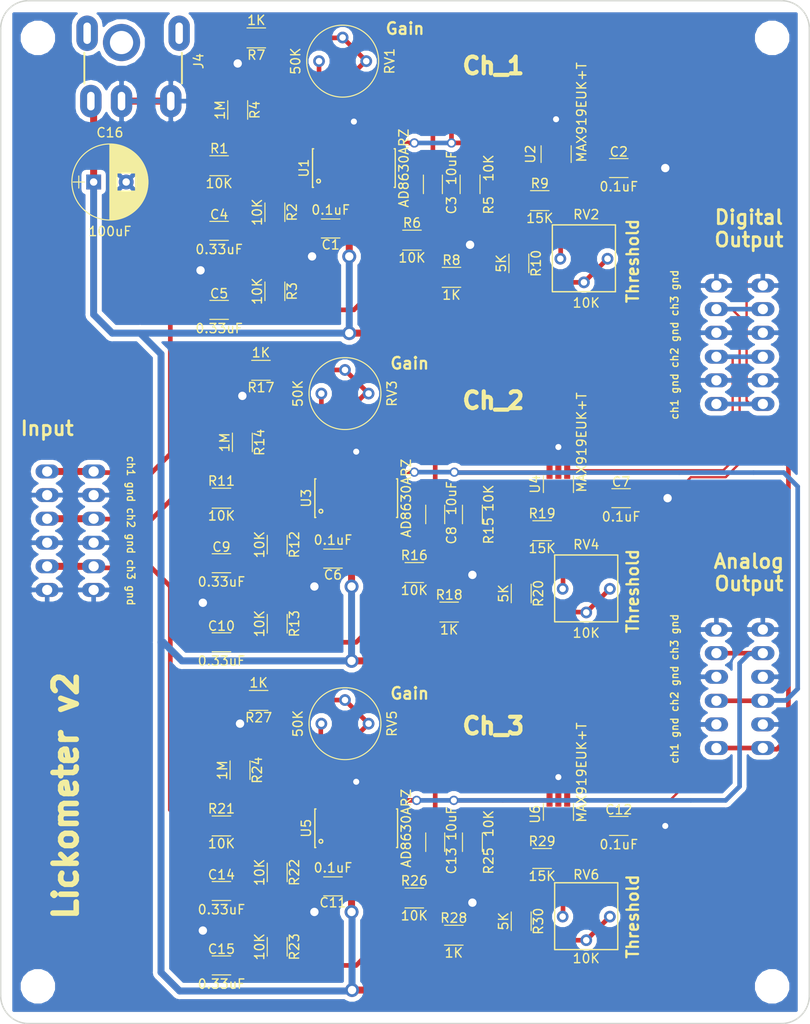
<source format=kicad_pcb>
(kicad_pcb (version 20171130) (host pcbnew "(5.0.2)-1")
  (layers (0 F.Cu signal) (31 B.Cu signal) (34 B.Paste user) (35 F.Paste user) (36 B.SilkS user) (37 F.SilkS user) (38 B.Mask user) (39 F.Mask user) (44 Edge.Cuts user))
  (net 0 "")
  (net 1 +5V)
  (net 2 GND)
  (net 3 "Net-(C3-Pad1)")
  (net 4 "Net-(C3-Pad2)")
  (net 5 "Net-(C4-Pad2)")
  (net 6 "Net-(C5-Pad2)")
  (net 7 "Net-(C8-Pad1)")
  (net 8 "Net-(C8-Pad2)")
  (net 9 "Net-(C9-Pad2)")
  (net 10 "Net-(C10-Pad2)")
  (net 11 "Net-(C13-Pad1)")
  (net 12 "Net-(C13-Pad2)")
  (net 13 "Net-(C14-Pad2)")
  (net 14 "Net-(C15-Pad2)")
  (net 15 ch2_dout)
  (net 16 ch3_dout)
  (net 17 ch1_dout)
  (net 18 ch2)
  (net 19 ch3)
  (net 20 ch1)
  (net 21 ch2_aout)
  (net 22 ch3_aout)
  (net 23 ch1_aout)
  (net 24 "Net-(R1-Pad2)")
  (net 25 "Net-(R2-Pad1)")
  (net 26 "Net-(R6-Pad2)")
  (net 27 "Net-(R7-Pad1)")
  (net 28 "Net-(R9-Pad1)")
  (net 29 "Net-(R10-Pad2)")
  (net 30 "Net-(R11-Pad2)")
  (net 31 "Net-(R12-Pad1)")
  (net 32 "Net-(R16-Pad2)")
  (net 33 "Net-(R17-Pad1)")
  (net 34 "Net-(R19-Pad1)")
  (net 35 "Net-(R20-Pad2)")
  (net 36 "Net-(R21-Pad2)")
  (net 37 "Net-(R22-Pad1)")
  (net 38 "Net-(R26-Pad2)")
  (net 39 "Net-(R27-Pad1)")
  (net 40 "Net-(R29-Pad1)")
  (net 41 "Net-(R30-Pad2)")
  (net 42 "Net-(RV1-Pad1)")
  (net 43 "Net-(RV3-Pad1)")
  (net 44 "Net-(RV5-Pad1)")
  (module piezo_V2_footprints:EM280206_6P_Terminal (layer F.Cu) (at 187 74 90)
    (fp_text reference J1 hide)
    (fp_text value Conn_01x06 hide)
    (pad 6 thru_hole oval (at 6.37 -5 90) (size 1.5 2.5) (drill 1.1) (layers *.Cu *.Mask) (net 2 GND))
    (pad 5 thru_hole oval (at 3.83 -5 90) (size 1.5 2.5) (drill 1.1) (layers *.Cu *.Mask) (net 16 ch3_dout))
    (pad 4 thru_hole oval (at 1.29 -5 90) (size 1.5 2.5) (drill 1.1) (layers *.Cu *.Mask) (net 2 GND))
    (pad 3 thru_hole oval (at -1.29 -5 90) (size 1.5 2.5) (drill 1.1) (layers *.Cu *.Mask) (net 15 ch2_dout))
    (pad 2 thru_hole oval (at -3.83 -5 90) (size 1.5 2.5) (drill 1.1) (layers *.Cu *.Mask) (net 2 GND))
    (pad 1 thru_hole oval (at -6.37 -5 90) (size 1.5 2.5) (drill 1.1) (layers *.Cu *.Mask) (net 17 ch1_dout))
    (pad 1 thru_hole oval (at -6.37 0 90) (size 1.5 2.5) (drill 1.1) (layers *.Cu *.Mask) (net 17 ch1_dout))
    (pad 2 thru_hole oval (at -3.83 0 90) (size 1.5 2.5) (drill 1.1) (layers *.Cu *.Mask) (net 2 GND))
    (pad 6 thru_hole oval (at 6.37 0 90) (size 1.5 2.5) (drill 1.1) (layers *.Cu *.Mask) (net 2 GND))
    (pad 5 thru_hole oval (at 3.83 0 90) (size 1.5 2.5) (drill 1.1) (layers *.Cu *.Mask) (net 16 ch3_dout))
    (pad 4 thru_hole oval (at 1.29 0 90) (size 1.5 2.5) (drill 1.1) (layers *.Cu *.Mask) (net 2 GND))
    (pad 3 thru_hole oval (at -1.29 0 90) (size 1.5 2.5) (drill 1.1) (layers *.Cu *.Mask) (net 15 ch2_dout))
  )
  (module piezo_V2_footprints:EM280206_6P_Terminal (layer F.Cu) (at 187 111 90)
    (fp_text reference J3 hide)
    (fp_text value Conn_01x06 hide)
    (pad 6 thru_hole oval (at 6.37 -5 90) (size 1.5 2.5) (drill 1.1) (layers *.Cu *.Mask) (net 2 GND))
    (pad 5 thru_hole oval (at 3.83 -5 90) (size 1.5 2.5) (drill 1.1) (layers *.Cu *.Mask) (net 22 ch3_aout))
    (pad 4 thru_hole oval (at 1.29 -5 90) (size 1.5 2.5) (drill 1.1) (layers *.Cu *.Mask) (net 2 GND))
    (pad 3 thru_hole oval (at -1.29 -5 90) (size 1.5 2.5) (drill 1.1) (layers *.Cu *.Mask) (net 21 ch2_aout))
    (pad 2 thru_hole oval (at -3.83 -5 90) (size 1.5 2.5) (drill 1.1) (layers *.Cu *.Mask) (net 2 GND))
    (pad 1 thru_hole oval (at -6.37 -5 90) (size 1.5 2.5) (drill 1.1) (layers *.Cu *.Mask) (net 23 ch1_aout))
    (pad 1 thru_hole oval (at -6.37 0 90) (size 1.5 2.5) (drill 1.1) (layers *.Cu *.Mask) (net 23 ch1_aout))
    (pad 2 thru_hole oval (at -3.83 0 90) (size 1.5 2.5) (drill 1.1) (layers *.Cu *.Mask) (net 2 GND))
    (pad 6 thru_hole oval (at 6.37 0 90) (size 1.5 2.5) (drill 1.1) (layers *.Cu *.Mask) (net 2 GND))
    (pad 5 thru_hole oval (at 3.83 0 90) (size 1.5 2.5) (drill 1.1) (layers *.Cu *.Mask) (net 22 ch3_aout))
    (pad 4 thru_hole oval (at 1.29 0 90) (size 1.5 2.5) (drill 1.1) (layers *.Cu *.Mask) (net 2 GND))
    (pad 3 thru_hole oval (at -1.29 0 90) (size 1.5 2.5) (drill 1.1) (layers *.Cu *.Mask) (net 21 ch2_aout))
  )
  (module piezo_V2_footprints:EM280206_6P_Terminal (layer F.Cu) (at 110 94 270)
    (fp_text reference J2 hide)
    (fp_text value Conn_01x06 hide)
    (pad 6 thru_hole oval (at 6.37 -5 270) (size 1.5 2.5) (drill 1.1) (layers *.Cu *.Mask) (net 2 GND))
    (pad 5 thru_hole oval (at 3.83 -5 270) (size 1.5 2.5) (drill 1.1) (layers *.Cu *.Mask) (net 19 ch3))
    (pad 4 thru_hole oval (at 1.29 -5 270) (size 1.5 2.5) (drill 1.1) (layers *.Cu *.Mask) (net 2 GND))
    (pad 3 thru_hole oval (at -1.29 -5 270) (size 1.5 2.5) (drill 1.1) (layers *.Cu *.Mask) (net 18 ch2))
    (pad 2 thru_hole oval (at -3.83 -5 270) (size 1.5 2.5) (drill 1.1) (layers *.Cu *.Mask) (net 2 GND))
    (pad 1 thru_hole oval (at -6.37 -5 270) (size 1.5 2.5) (drill 1.1) (layers *.Cu *.Mask) (net 20 ch1))
    (pad 1 thru_hole oval (at -6.37 0 270) (size 1.5 2.5) (drill 1.1) (layers *.Cu *.Mask) (net 20 ch1))
    (pad 2 thru_hole oval (at -3.83 0 270) (size 1.5 2.5) (drill 1.1) (layers *.Cu *.Mask) (net 2 GND))
    (pad 6 thru_hole oval (at 6.37 0 270) (size 1.5 2.5) (drill 1.1) (layers *.Cu *.Mask) (net 2 GND))
    (pad 5 thru_hole oval (at 3.83 0 270) (size 1.5 2.5) (drill 1.1) (layers *.Cu *.Mask) (net 19 ch3))
    (pad 4 thru_hole oval (at 1.29 0 270) (size 1.5 2.5) (drill 1.1) (layers *.Cu *.Mask) (net 2 GND))
    (pad 3 thru_hole oval (at -1.29 0 270) (size 1.5 2.5) (drill 1.1) (layers *.Cu *.Mask) (net 18 ch2))
  )
  (module Mounting_Holes:MountingHole_2.7mm_M2.5 (layer F.Cu) (at 188 143)
    (fp_text reference REF** hide)
    (fp_text value MountingHole_2.7mm_M2.5 hide)
    (pad 1 np_thru_hole circle (at 0 0) (size 2.7 2.7) (drill 2.7) (layers *.Cu *.Mask))
  )
  (module Mounting_Holes:MountingHole_2.7mm_M2.5 (layer F.Cu) (at 109 143)
    (fp_text reference REF** hide)
    (fp_text value MountingHole_2.7mm_M2.5 hide)
    (pad 1 np_thru_hole circle (at 0 0) (size 2.7 2.7) (drill 2.7) (layers *.Cu *.Mask))
  )
  (module Mounting_Holes:MountingHole_2.7mm_M2.5 (layer F.Cu) (at 188 41)
    (fp_text reference REF** hide)
    (fp_text value MountingHole_2.7mm_M2.5 hide)
    (pad 1 np_thru_hole circle (at 0 0) (size 2.7 2.7) (drill 2.7) (layers *.Cu *.Mask))
  )
  (module piezo_V2_footprints:10K_Trimmer_Bourns_3362P (layer F.Cu) (at 168 100.25)
    (fp_text reference RV4 (at 0 -4.75) (layer F.SilkS))
    (fp_text value 10K (at 0 4.75) (layer F.SilkS))
    (pad 1 thru_hole circle (at -2.54 0) (size 1.26 1.26) (drill 0.7) (layers *.Cu *.Mask) (net 34 "Net-(R19-Pad1)"))
    (pad 2 thru_hole circle (at 0 2.54) (size 1.26 1.26) (drill 0.7) (layers *.Cu *.Mask) (net 35 "Net-(R20-Pad2)"))
    (pad 3 thru_hole circle (at 2.54 0) (size 1.26 1.26) (drill 0.7) (layers *.Cu *.Mask) (net 35 "Net-(R20-Pad2)"))
  )
  (module Capacitors_SMD:C_1206_HandSoldering (layer F.Cu) (at 140.5 61.5 180)
    (fp_text reference C1 (at 0 -1.75 180) (layer F.SilkS))
    (fp_text value 0.1uF (at 0 2 180) (layer F.SilkS))
    (pad 1 smd rect (at -2 0 180) (size 2 1.6) (layers F.Cu F.Paste F.Mask) (net 1 +5V))
    (pad 2 smd rect (at 2 0 180) (size 2 1.6) (layers F.Cu F.Paste F.Mask) (net 2 GND))
  )
  (module Capacitors_SMD:C_1206_HandSoldering (layer F.Cu) (at 171.5 55)
    (fp_text reference C2 (at 0 -1.75) (layer F.SilkS))
    (fp_text value 0.1uF (at 0 2) (layer F.SilkS))
    (pad 1 smd rect (at -2 0) (size 2 1.6) (layers F.Cu F.Paste F.Mask) (net 1 +5V))
    (pad 2 smd rect (at 2 0) (size 2 1.6) (layers F.Cu F.Paste F.Mask) (net 2 GND))
  )
  (module Capacitors_SMD:C_1206_HandSoldering (layer F.Cu) (at 151.5 56.75 90)
    (fp_text reference C3 (at -2.25 2 90) (layer F.SilkS))
    (fp_text value 10uF (at 1.75 2 90) (layer F.SilkS))
    (pad 1 smd rect (at -2 0 90) (size 2 1.6) (layers F.Cu F.Paste F.Mask) (net 3 "Net-(C3-Pad1)"))
    (pad 2 smd rect (at 2 0 90) (size 2 1.6) (layers F.Cu F.Paste F.Mask) (net 4 "Net-(C3-Pad2)"))
  )
  (module Capacitors_SMD:C_1206_HandSoldering (layer F.Cu) (at 128.5 61.75)
    (fp_text reference C4 (at 0 -1.75) (layer F.SilkS))
    (fp_text value 0.33uF (at 0 2) (layer F.SilkS))
    (pad 1 smd rect (at -2 0) (size 2 1.6) (layers F.Cu F.Paste F.Mask) (net 2 GND))
    (pad 2 smd rect (at 2 0) (size 2 1.6) (layers F.Cu F.Paste F.Mask) (net 5 "Net-(C4-Pad2)"))
  )
  (module Capacitors_SMD:C_1206_HandSoldering (layer F.Cu) (at 128.5 70.25)
    (fp_text reference C5 (at 0 -1.75) (layer F.SilkS))
    (fp_text value 0.33uF (at 0 2) (layer F.SilkS))
    (pad 1 smd rect (at -2 0) (size 2 1.6) (layers F.Cu F.Paste F.Mask) (net 2 GND))
    (pad 2 smd rect (at 2 0) (size 2 1.6) (layers F.Cu F.Paste F.Mask) (net 6 "Net-(C5-Pad2)"))
  )
  (module Capacitors_SMD:C_1206_HandSoldering (layer F.Cu) (at 140.75 97 180)
    (fp_text reference C6 (at 0 -1.75 180) (layer F.SilkS))
    (fp_text value 0.1uF (at 0 2 180) (layer F.SilkS))
    (pad 1 smd rect (at -2 0 180) (size 2 1.6) (layers F.Cu F.Paste F.Mask) (net 1 +5V))
    (pad 2 smd rect (at 2 0 180) (size 2 1.6) (layers F.Cu F.Paste F.Mask) (net 2 GND))
  )
  (module Capacitors_SMD:C_1206_HandSoldering (layer F.Cu) (at 171.75 90.5)
    (fp_text reference C7 (at 0 -1.75) (layer F.SilkS))
    (fp_text value 0.1uF (at 0 2) (layer F.SilkS))
    (pad 1 smd rect (at -2 0) (size 2 1.6) (layers F.Cu F.Paste F.Mask) (net 1 +5V))
    (pad 2 smd rect (at 2 0) (size 2 1.6) (layers F.Cu F.Paste F.Mask) (net 2 GND))
  )
  (module Capacitors_SMD:C_1206_HandSoldering (layer F.Cu) (at 151.75 92.25 90)
    (fp_text reference C8 (at -2.25 1.75 90) (layer F.SilkS))
    (fp_text value 10uF (at 1.75 1.75 90) (layer F.SilkS))
    (pad 1 smd rect (at -2 0 90) (size 2 1.6) (layers F.Cu F.Paste F.Mask) (net 7 "Net-(C8-Pad1)"))
    (pad 2 smd rect (at 2 0 90) (size 2 1.6) (layers F.Cu F.Paste F.Mask) (net 8 "Net-(C8-Pad2)"))
  )
  (module Capacitors_SMD:C_1206_HandSoldering (layer F.Cu) (at 128.75 97.5)
    (fp_text reference C9 (at 0 -1.75) (layer F.SilkS))
    (fp_text value 0.33uF (at 0 2) (layer F.SilkS))
    (pad 1 smd rect (at -2 0) (size 2 1.6) (layers F.Cu F.Paste F.Mask) (net 2 GND))
    (pad 2 smd rect (at 2 0) (size 2 1.6) (layers F.Cu F.Paste F.Mask) (net 9 "Net-(C9-Pad2)"))
  )
  (module Capacitors_SMD:C_1206_HandSoldering (layer F.Cu) (at 128.75 106)
    (fp_text reference C10 (at 0 -1.75) (layer F.SilkS))
    (fp_text value 0.33uF (at 0 2) (layer F.SilkS))
    (pad 1 smd rect (at -2 0) (size 2 1.6) (layers F.Cu F.Paste F.Mask) (net 2 GND))
    (pad 2 smd rect (at 2 0) (size 2 1.6) (layers F.Cu F.Paste F.Mask) (net 10 "Net-(C10-Pad2)"))
  )
  (module Capacitors_SMD:C_1206_HandSoldering (layer F.Cu) (at 140.75 132.25 180)
    (fp_text reference C11 (at 0 -1.75 180) (layer F.SilkS))
    (fp_text value 0.1uF (at 0 2 180) (layer F.SilkS))
    (pad 1 smd rect (at -2 0 180) (size 2 1.6) (layers F.Cu F.Paste F.Mask) (net 1 +5V))
    (pad 2 smd rect (at 2 0 180) (size 2 1.6) (layers F.Cu F.Paste F.Mask) (net 2 GND))
  )
  (module Capacitors_SMD:C_1206_HandSoldering (layer F.Cu) (at 171.5 125.75)
    (fp_text reference C12 (at 0 -1.75) (layer F.SilkS))
    (fp_text value 0.1uF (at 0 2) (layer F.SilkS))
    (pad 1 smd rect (at -2 0) (size 2 1.6) (layers F.Cu F.Paste F.Mask) (net 1 +5V))
    (pad 2 smd rect (at 2 0) (size 2 1.6) (layers F.Cu F.Paste F.Mask) (net 2 GND))
  )
  (module Capacitors_SMD:C_1206_HandSoldering (layer F.Cu) (at 151.75 127.5 90)
    (fp_text reference C13 (at -2 1.75 90) (layer F.SilkS))
    (fp_text value 10uF (at 2 1.75 90) (layer F.SilkS))
    (pad 1 smd rect (at -2 0 90) (size 2 1.6) (layers F.Cu F.Paste F.Mask) (net 11 "Net-(C13-Pad1)"))
    (pad 2 smd rect (at 2 0 90) (size 2 1.6) (layers F.Cu F.Paste F.Mask) (net 12 "Net-(C13-Pad2)"))
  )
  (module Capacitors_SMD:C_1206_HandSoldering (layer F.Cu) (at 128.75 132.75)
    (fp_text reference C14 (at 0 -1.75) (layer F.SilkS))
    (fp_text value 0.33uF (at 0 2) (layer F.SilkS))
    (pad 1 smd rect (at -2 0) (size 2 1.6) (layers F.Cu F.Paste F.Mask) (net 2 GND))
    (pad 2 smd rect (at 2 0) (size 2 1.6) (layers F.Cu F.Paste F.Mask) (net 13 "Net-(C14-Pad2)"))
  )
  (module Capacitors_SMD:C_1206_HandSoldering (layer F.Cu) (at 128.75 140.75)
    (fp_text reference C15 (at 0 -1.75) (layer F.SilkS))
    (fp_text value 0.33uF (at 0 2) (layer F.SilkS))
    (pad 1 smd rect (at -2 0) (size 2 1.6) (layers F.Cu F.Paste F.Mask) (net 2 GND))
    (pad 2 smd rect (at 2 0) (size 2 1.6) (layers F.Cu F.Paste F.Mask) (net 14 "Net-(C15-Pad2)"))
  )
  (module Capacitors_THT:CP_Radial_D8.0mm_P3.50mm (layer F.Cu) (at 115 56.5)
    (fp_text reference C16 (at 1.75 -5.31) (layer F.SilkS))
    (fp_text value 100uF (at 1.75 5.31) (layer F.SilkS))
    (pad 1 thru_hole rect (at 0 0) (size 1.6 1.6) (drill 0.8) (layers *.Cu *.Mask) (net 1 +5V))
    (pad 2 thru_hole circle (at 3.5 0) (size 1.6 1.6) (drill 0.8) (layers *.Cu *.Mask) (net 2 GND))
  )
  (module piezo_V2_footprints:PJ-079AH-DCJACK (layer F.Cu) (at 118 41.5 270)
    (fp_text reference J4 (at 2 -8.3 270) (layer F.SilkS))
    (fp_text value Barrel_Jack hide)
    (pad "" thru_hole circle (at 0 0 270) (size 4 4) (drill 2.5) (layers *.Cu *.Mask))
    (pad "" thru_hole oval (at -1 -6.2 270) (size 3.8 2.3) (drill oval 2.3 0.8) (layers *.Cu *.Mask))
    (pad "" thru_hole oval (at -1 3.7 270) (size 3.8 2.3) (drill oval 2.3 0.8) (layers *.Cu *.Mask))
    (pad 1 thru_hole oval (at 6.3 3.3 270) (size 3.5 2.3) (drill oval 2 0.8) (layers *.Cu *.Mask) (net 1 +5V))
    (pad 3 thru_hole oval (at 6.3 0 270) (size 3.5 2.3) (drill oval 2 0.8) (layers *.Cu *.Mask) (net 2 GND))
    (pad 2 thru_hole oval (at 6.3 -5.3 270) (size 3.5 2.3) (drill oval 2 0.8) (layers *.Cu *.Mask) (net 2 GND))
  )
  (module Resistors_SMD:R_1206_HandSoldering (layer F.Cu) (at 128.5 54.75)
    (fp_text reference R1 (at 0 -1.85) (layer F.SilkS))
    (fp_text value 10K (at 0 1.9) (layer F.SilkS))
    (pad 1 smd rect (at -2 0) (size 2 1.7) (layers F.Cu F.Paste F.Mask) (net 20 ch1))
    (pad 2 smd rect (at 2 0) (size 2 1.7) (layers F.Cu F.Paste F.Mask) (net 24 "Net-(R1-Pad2)"))
  )
  (module Resistors_SMD:R_1206_HandSoldering (layer F.Cu) (at 134.5 59.75 270)
    (fp_text reference R2 (at 0 -1.85 270) (layer F.SilkS))
    (fp_text value 10K (at 0 1.9 270) (layer F.SilkS))
    (pad 1 smd rect (at -2 0 270) (size 2 1.7) (layers F.Cu F.Paste F.Mask) (net 25 "Net-(R2-Pad1)"))
    (pad 2 smd rect (at 2 0 270) (size 2 1.7) (layers F.Cu F.Paste F.Mask) (net 5 "Net-(C4-Pad2)"))
  )
  (module Resistors_SMD:R_1206_HandSoldering (layer F.Cu) (at 134.5 68.25 270)
    (fp_text reference R3 (at 0 -1.85 270) (layer F.SilkS))
    (fp_text value 10K (at 0 1.9 270) (layer F.SilkS))
    (pad 1 smd rect (at -2 0 270) (size 2 1.7) (layers F.Cu F.Paste F.Mask) (net 5 "Net-(C4-Pad2)"))
    (pad 2 smd rect (at 2 0 270) (size 2 1.7) (layers F.Cu F.Paste F.Mask) (net 6 "Net-(C5-Pad2)"))
  )
  (module Resistors_SMD:R_1206_HandSoldering (layer F.Cu) (at 130.5 48.75 270)
    (fp_text reference R4 (at 0 -1.85 270) (layer F.SilkS))
    (fp_text value 1M (at 0 1.9 270) (layer F.SilkS))
    (pad 1 smd rect (at -2 0 270) (size 2 1.7) (layers F.Cu F.Paste F.Mask) (net 2 GND))
    (pad 2 smd rect (at 2 0 270) (size 2 1.7) (layers F.Cu F.Paste F.Mask) (net 24 "Net-(R1-Pad2)"))
  )
  (module Resistors_SMD:R_1206_HandSoldering (layer F.Cu) (at 155.5 56.75 270)
    (fp_text reference R5 (at 2.25 -2 270) (layer F.SilkS))
    (fp_text value 10K (at -1.75 -2 270) (layer F.SilkS))
    (pad 1 smd rect (at -2 0 270) (size 2 1.7) (layers F.Cu F.Paste F.Mask) (net 4 "Net-(C3-Pad2)"))
    (pad 2 smd rect (at 2 0 270) (size 2 1.7) (layers F.Cu F.Paste F.Mask) (net 2 GND))
  )
  (module Resistors_SMD:R_1206_HandSoldering (layer F.Cu) (at 149.25 62.75)
    (fp_text reference R6 (at 0 -1.85) (layer F.SilkS))
    (fp_text value 10K (at 0 1.9) (layer F.SilkS))
    (pad 1 smd rect (at -2 0) (size 2 1.7) (layers F.Cu F.Paste F.Mask) (net 3 "Net-(C3-Pad1)"))
    (pad 2 smd rect (at 2 0) (size 2 1.7) (layers F.Cu F.Paste F.Mask) (net 26 "Net-(R6-Pad2)"))
  )
  (module Resistors_SMD:R_1206_HandSoldering (layer F.Cu) (at 132.5 41 180)
    (fp_text reference R7 (at 0 -1.85 180) (layer F.SilkS))
    (fp_text value 1K (at 0 1.9 180) (layer F.SilkS))
    (pad 1 smd rect (at -2 0 180) (size 2 1.7) (layers F.Cu F.Paste F.Mask) (net 27 "Net-(R7-Pad1)"))
    (pad 2 smd rect (at 2 0 180) (size 2 1.7) (layers F.Cu F.Paste F.Mask) (net 2 GND))
  )
  (module Resistors_SMD:R_1206_HandSoldering (layer F.Cu) (at 153.5 66.75)
    (fp_text reference R8 (at 0 -1.85) (layer F.SilkS))
    (fp_text value 1K (at 0 1.9) (layer F.SilkS))
    (pad 1 smd rect (at -2 0) (size 2 1.7) (layers F.Cu F.Paste F.Mask) (net 26 "Net-(R6-Pad2)"))
    (pad 2 smd rect (at 2 0) (size 2 1.7) (layers F.Cu F.Paste F.Mask) (net 2 GND))
  )
  (module Resistors_SMD:R_1206_HandSoldering (layer F.Cu) (at 163 58.5)
    (fp_text reference R9 (at 0 -1.85) (layer F.SilkS))
    (fp_text value 15K (at 0 1.9) (layer F.SilkS))
    (pad 1 smd rect (at -2 0) (size 2 1.7) (layers F.Cu F.Paste F.Mask) (net 28 "Net-(R9-Pad1)"))
    (pad 2 smd rect (at 2 0) (size 2 1.7) (layers F.Cu F.Paste F.Mask) (net 1 +5V))
  )
  (module Resistors_SMD:R_1206_HandSoldering (layer F.Cu) (at 160.75 65.25 270)
    (fp_text reference R10 (at 0 -1.85 270) (layer F.SilkS))
    (fp_text value 5K (at 0 1.9 270) (layer F.SilkS))
    (pad 1 smd rect (at -2 0 270) (size 2 1.7) (layers F.Cu F.Paste F.Mask) (net 2 GND))
    (pad 2 smd rect (at 2 0 270) (size 2 1.7) (layers F.Cu F.Paste F.Mask) (net 29 "Net-(R10-Pad2)"))
  )
  (module Resistors_SMD:R_1206_HandSoldering (layer F.Cu) (at 128.75 90.5)
    (fp_text reference R11 (at 0 -1.85) (layer F.SilkS))
    (fp_text value 10K (at 0 1.9) (layer F.SilkS))
    (pad 1 smd rect (at -2 0) (size 2 1.7) (layers F.Cu F.Paste F.Mask) (net 18 ch2))
    (pad 2 smd rect (at 2 0) (size 2 1.7) (layers F.Cu F.Paste F.Mask) (net 30 "Net-(R11-Pad2)"))
  )
  (module Resistors_SMD:R_1206_HandSoldering (layer F.Cu) (at 134.75 95.5 270)
    (fp_text reference R12 (at 0 -1.85 270) (layer F.SilkS))
    (fp_text value 10K (at 0 1.9 270) (layer F.SilkS))
    (pad 1 smd rect (at -2 0 270) (size 2 1.7) (layers F.Cu F.Paste F.Mask) (net 31 "Net-(R12-Pad1)"))
    (pad 2 smd rect (at 2 0 270) (size 2 1.7) (layers F.Cu F.Paste F.Mask) (net 9 "Net-(C9-Pad2)"))
  )
  (module Resistors_SMD:R_1206_HandSoldering (layer F.Cu) (at 134.75 104 270)
    (fp_text reference R13 (at 0 -1.85 270) (layer F.SilkS))
    (fp_text value 10K (at 0 1.9 270) (layer F.SilkS))
    (pad 1 smd rect (at -2 0 270) (size 2 1.7) (layers F.Cu F.Paste F.Mask) (net 9 "Net-(C9-Pad2)"))
    (pad 2 smd rect (at 2 0 270) (size 2 1.7) (layers F.Cu F.Paste F.Mask) (net 10 "Net-(C10-Pad2)"))
  )
  (module Resistors_SMD:R_1206_HandSoldering (layer F.Cu) (at 131 84.5 270)
    (fp_text reference R14 (at 0 -1.85 270) (layer F.SilkS))
    (fp_text value 1M (at 0 1.9 270) (layer F.SilkS))
    (pad 1 smd rect (at -2 0 270) (size 2 1.7) (layers F.Cu F.Paste F.Mask) (net 2 GND))
    (pad 2 smd rect (at 2 0 270) (size 2 1.7) (layers F.Cu F.Paste F.Mask) (net 30 "Net-(R11-Pad2)"))
  )
  (module Resistors_SMD:R_1206_HandSoldering (layer F.Cu) (at 155.75 92.25 270)
    (fp_text reference R15 (at 1.75 -1.75 270) (layer F.SilkS))
    (fp_text value 10K (at -1.75 -1.75 270) (layer F.SilkS))
    (pad 1 smd rect (at -2 0 270) (size 2 1.7) (layers F.Cu F.Paste F.Mask) (net 8 "Net-(C8-Pad2)"))
    (pad 2 smd rect (at 2 0 270) (size 2 1.7) (layers F.Cu F.Paste F.Mask) (net 2 GND))
  )
  (module Resistors_SMD:R_1206_HandSoldering (layer F.Cu) (at 149.5 98.5)
    (fp_text reference R16 (at 0 -1.85) (layer F.SilkS))
    (fp_text value 10K (at 0 1.9) (layer F.SilkS))
    (pad 1 smd rect (at -2 0) (size 2 1.7) (layers F.Cu F.Paste F.Mask) (net 7 "Net-(C8-Pad1)"))
    (pad 2 smd rect (at 2 0) (size 2 1.7) (layers F.Cu F.Paste F.Mask) (net 32 "Net-(R16-Pad2)"))
  )
  (module Resistors_SMD:R_1206_HandSoldering (layer F.Cu) (at 133 76.75 180)
    (fp_text reference R17 (at 0 -1.85 180) (layer F.SilkS))
    (fp_text value 1K (at 0 1.9 180) (layer F.SilkS))
    (pad 1 smd rect (at -2 0 180) (size 2 1.7) (layers F.Cu F.Paste F.Mask) (net 33 "Net-(R17-Pad1)"))
    (pad 2 smd rect (at 2 0 180) (size 2 1.7) (layers F.Cu F.Paste F.Mask) (net 2 GND))
  )
  (module Resistors_SMD:R_1206_HandSoldering (layer F.Cu) (at 153.25 102.75)
    (fp_text reference R18 (at 0 -1.85) (layer F.SilkS))
    (fp_text value 1K (at 0 1.9) (layer F.SilkS))
    (pad 1 smd rect (at -2 0) (size 2 1.7) (layers F.Cu F.Paste F.Mask) (net 32 "Net-(R16-Pad2)"))
    (pad 2 smd rect (at 2 0) (size 2 1.7) (layers F.Cu F.Paste F.Mask) (net 2 GND))
  )
  (module Resistors_SMD:R_1206_HandSoldering (layer F.Cu) (at 163.25 94)
    (fp_text reference R19 (at 0 -1.85) (layer F.SilkS))
    (fp_text value 15K (at 0 1.9) (layer F.SilkS))
    (pad 1 smd rect (at -2 0) (size 2 1.7) (layers F.Cu F.Paste F.Mask) (net 34 "Net-(R19-Pad1)"))
    (pad 2 smd rect (at 2 0) (size 2 1.7) (layers F.Cu F.Paste F.Mask) (net 1 +5V))
  )
  (module Resistors_SMD:R_1206_HandSoldering (layer F.Cu) (at 161 100.75 270)
    (fp_text reference R20 (at 0 -1.85 270) (layer F.SilkS))
    (fp_text value 5K (at 0 1.9 270) (layer F.SilkS))
    (pad 1 smd rect (at -2 0 270) (size 2 1.7) (layers F.Cu F.Paste F.Mask) (net 2 GND))
    (pad 2 smd rect (at 2 0 270) (size 2 1.7) (layers F.Cu F.Paste F.Mask) (net 35 "Net-(R20-Pad2)"))
  )
  (module Resistors_SMD:R_1206_HandSoldering (layer F.Cu) (at 128.75 125.75)
    (fp_text reference R21 (at 0 -1.85) (layer F.SilkS))
    (fp_text value 10K (at 0 1.9) (layer F.SilkS))
    (pad 1 smd rect (at -2 0) (size 2 1.7) (layers F.Cu F.Paste F.Mask) (net 19 ch3))
    (pad 2 smd rect (at 2 0) (size 2 1.7) (layers F.Cu F.Paste F.Mask) (net 36 "Net-(R21-Pad2)"))
  )
  (module Resistors_SMD:R_1206_HandSoldering (layer F.Cu) (at 134.75 130.75 270)
    (fp_text reference R22 (at 0 -1.85 270) (layer F.SilkS))
    (fp_text value 10K (at 0 1.9 270) (layer F.SilkS))
    (pad 1 smd rect (at -2 0 270) (size 2 1.7) (layers F.Cu F.Paste F.Mask) (net 37 "Net-(R22-Pad1)"))
    (pad 2 smd rect (at 2 0 270) (size 2 1.7) (layers F.Cu F.Paste F.Mask) (net 13 "Net-(C14-Pad2)"))
  )
  (module Resistors_SMD:R_1206_HandSoldering (layer F.Cu) (at 134.75 138.75 270)
    (fp_text reference R23 (at 0 -1.85 270) (layer F.SilkS))
    (fp_text value 10K (at 0 1.9 270) (layer F.SilkS))
    (pad 1 smd rect (at -2 0 270) (size 2 1.7) (layers F.Cu F.Paste F.Mask) (net 13 "Net-(C14-Pad2)"))
    (pad 2 smd rect (at 2 0 270) (size 2 1.7) (layers F.Cu F.Paste F.Mask) (net 14 "Net-(C15-Pad2)"))
  )
  (module Resistors_SMD:R_1206_HandSoldering (layer F.Cu) (at 130.75 119.75 270)
    (fp_text reference R24 (at 0 -1.85 270) (layer F.SilkS))
    (fp_text value 1M (at 0 1.9 270) (layer F.SilkS))
    (pad 1 smd rect (at -2 0 270) (size 2 1.7) (layers F.Cu F.Paste F.Mask) (net 2 GND))
    (pad 2 smd rect (at 2 0 270) (size 2 1.7) (layers F.Cu F.Paste F.Mask) (net 36 "Net-(R21-Pad2)"))
  )
  (module Resistors_SMD:R_1206_HandSoldering (layer F.Cu) (at 155.75 127.5 270)
    (fp_text reference R25 (at 2 -1.75 270) (layer F.SilkS))
    (fp_text value 10K (at -2 -1.75 270) (layer F.SilkS))
    (pad 1 smd rect (at -2 0 270) (size 2 1.7) (layers F.Cu F.Paste F.Mask) (net 12 "Net-(C13-Pad2)"))
    (pad 2 smd rect (at 2 0 270) (size 2 1.7) (layers F.Cu F.Paste F.Mask) (net 2 GND))
  )
  (module Resistors_SMD:R_1206_HandSoldering (layer F.Cu) (at 149.5 133.5)
    (fp_text reference R26 (at 0 -1.85) (layer F.SilkS))
    (fp_text value 10K (at 0 1.9) (layer F.SilkS))
    (pad 1 smd rect (at -2 0) (size 2 1.7) (layers F.Cu F.Paste F.Mask) (net 11 "Net-(C13-Pad1)"))
    (pad 2 smd rect (at 2 0) (size 2 1.7) (layers F.Cu F.Paste F.Mask) (net 38 "Net-(R26-Pad2)"))
  )
  (module Resistors_SMD:R_1206_HandSoldering (layer F.Cu) (at 132.75 112.25 180)
    (fp_text reference R27 (at 0 -1.85 180) (layer F.SilkS))
    (fp_text value 1K (at 0 1.9 180) (layer F.SilkS))
    (pad 1 smd rect (at -2 0 180) (size 2 1.7) (layers F.Cu F.Paste F.Mask) (net 39 "Net-(R27-Pad1)"))
    (pad 2 smd rect (at 2 0 180) (size 2 1.7) (layers F.Cu F.Paste F.Mask) (net 2 GND))
  )
  (module Resistors_SMD:R_1206_HandSoldering (layer F.Cu) (at 153.75 137.5)
    (fp_text reference R28 (at 0 -1.85) (layer F.SilkS))
    (fp_text value 1K (at 0 1.9) (layer F.SilkS))
    (pad 1 smd rect (at -2 0) (size 2 1.7) (layers F.Cu F.Paste F.Mask) (net 38 "Net-(R26-Pad2)"))
    (pad 2 smd rect (at 2 0) (size 2 1.7) (layers F.Cu F.Paste F.Mask) (net 2 GND))
  )
  (module Resistors_SMD:R_1206_HandSoldering (layer F.Cu) (at 163.25 129.25)
    (fp_text reference R29 (at 0 -1.85) (layer F.SilkS))
    (fp_text value 15K (at 0 1.9) (layer F.SilkS))
    (pad 1 smd rect (at -2 0) (size 2 1.7) (layers F.Cu F.Paste F.Mask) (net 40 "Net-(R29-Pad1)"))
    (pad 2 smd rect (at 2 0) (size 2 1.7) (layers F.Cu F.Paste F.Mask) (net 1 +5V))
  )
  (module Resistors_SMD:R_1206_HandSoldering (layer F.Cu) (at 161 136 270)
    (fp_text reference R30 (at 0 -1.85 270) (layer F.SilkS))
    (fp_text value 5K (at 0 1.9 270) (layer F.SilkS))
    (pad 1 smd rect (at -2 0 270) (size 2 1.7) (layers F.Cu F.Paste F.Mask) (net 2 GND))
    (pad 2 smd rect (at 2 0 270) (size 2 1.7) (layers F.Cu F.Paste F.Mask) (net 41 "Net-(R30-Pad2)"))
  )
  (module piezo_V2_footprints:50K_Trimmer_Bourns_3339P (layer F.Cu) (at 139.25 43.5 270)
    (fp_text reference RV1 (at 0 -7.6 270) (layer F.SilkS))
    (fp_text value 50K (at 0 2.52 270) (layer F.SilkS))
    (pad 3 thru_hole circle (at 0 -5.08 270) (size 1.26 1.26) (drill 0.7) (layers *.Cu *.Mask) (net 27 "Net-(R7-Pad1)"))
    (pad 2 thru_hole circle (at -2.54 -2.54 270) (size 1.26 1.26) (drill 0.7) (layers *.Cu *.Mask) (net 27 "Net-(R7-Pad1)"))
    (pad 1 thru_hole circle (at 0 0 270) (size 1.26 1.26) (drill 0.7) (layers *.Cu *.Mask) (net 42 "Net-(RV1-Pad1)"))
  )
  (module piezo_V2_footprints:10K_Trimmer_Bourns_3362P (layer F.Cu) (at 167.75 64.75)
    (fp_text reference RV2 (at 0.25 -4.75) (layer F.SilkS))
    (fp_text value 10K (at 0.25 4.75) (layer F.SilkS))
    (pad 1 thru_hole circle (at -2.54 0) (size 1.26 1.26) (drill 0.7) (layers *.Cu *.Mask) (net 28 "Net-(R9-Pad1)"))
    (pad 2 thru_hole circle (at 0 2.54) (size 1.26 1.26) (drill 0.7) (layers *.Cu *.Mask) (net 29 "Net-(R10-Pad2)"))
    (pad 3 thru_hole circle (at 2.54 0) (size 1.26 1.26) (drill 0.7) (layers *.Cu *.Mask) (net 29 "Net-(R10-Pad2)"))
  )
  (module piezo_V2_footprints:50K_Trimmer_Bourns_3339P (layer F.Cu) (at 139.5 79.25 270)
    (fp_text reference RV3 (at 0 -7.6 270) (layer F.SilkS))
    (fp_text value 50K (at 0 2.52 270) (layer F.SilkS))
    (pad 3 thru_hole circle (at 0 -5.08 270) (size 1.26 1.26) (drill 0.7) (layers *.Cu *.Mask) (net 33 "Net-(R17-Pad1)"))
    (pad 2 thru_hole circle (at -2.54 -2.54 270) (size 1.26 1.26) (drill 0.7) (layers *.Cu *.Mask) (net 33 "Net-(R17-Pad1)"))
    (pad 1 thru_hole circle (at 0 0 270) (size 1.26 1.26) (drill 0.7) (layers *.Cu *.Mask) (net 43 "Net-(RV3-Pad1)"))
  )
  (module piezo_V2_footprints:50K_Trimmer_Bourns_3339P (layer F.Cu) (at 139.5 114.75 270)
    (fp_text reference RV5 (at 0 -7.6 270) (layer F.SilkS))
    (fp_text value 50K (at 0 2.52 270) (layer F.SilkS))
    (pad 3 thru_hole circle (at 0 -5.08 270) (size 1.26 1.26) (drill 0.7) (layers *.Cu *.Mask) (net 39 "Net-(R27-Pad1)"))
    (pad 2 thru_hole circle (at -2.54 -2.54 270) (size 1.26 1.26) (drill 0.7) (layers *.Cu *.Mask) (net 39 "Net-(R27-Pad1)"))
    (pad 1 thru_hole circle (at 0 0 270) (size 1.26 1.26) (drill 0.7) (layers *.Cu *.Mask) (net 44 "Net-(RV5-Pad1)"))
  )
  (module piezo_V2_footprints:10K_Trimmer_Bourns_3362P (layer F.Cu) (at 168 135.5)
    (fp_text reference RV6 (at 0 -4.5) (layer F.SilkS))
    (fp_text value 10K (at 0 4.5) (layer F.SilkS))
    (pad 1 thru_hole circle (at -2.54 0) (size 1.26 1.26) (drill 0.7) (layers *.Cu *.Mask) (net 40 "Net-(R29-Pad1)"))
    (pad 2 thru_hole circle (at 0 2.54) (size 1.26 1.26) (drill 0.7) (layers *.Cu *.Mask) (net 41 "Net-(R30-Pad2)"))
    (pad 3 thru_hole circle (at 2.54 0) (size 1.26 1.26) (drill 0.7) (layers *.Cu *.Mask) (net 41 "Net-(R30-Pad2)"))
  )
  (module piezo_V2_footprints:AD8630ARZ (layer F.Cu) (at 143 55 90)
    (fp_text reference U1 (at 0 -5.375 90) (layer F.SilkS))
    (fp_text value AD8630ARZ (at 0 5.375 90) (layer F.SilkS))
    (pad 1 smd rect (at -2.7 -3.81 90) (size 1.5 0.6) (layers F.Cu F.Paste F.Mask) (net 25 "Net-(R2-Pad1)"))
    (pad 2 smd rect (at -2.7 -2.54 90) (size 1.5 0.6) (layers F.Cu F.Paste F.Mask) (net 25 "Net-(R2-Pad1)"))
    (pad 3 smd rect (at -2.7 -1.27 90) (size 1.5 0.6) (layers F.Cu F.Paste F.Mask) (net 24 "Net-(R1-Pad2)"))
    (pad 4 smd rect (at -2.7 0 90) (size 1.5 0.6) (layers F.Cu F.Paste F.Mask) (net 1 +5V))
    (pad 5 smd rect (at -2.7 1.27 90) (size 1.5 0.6) (layers F.Cu F.Paste F.Mask) (net 6 "Net-(C5-Pad2)"))
    (pad 6 smd rect (at -2.7 2.54 90) (size 1.5 0.6) (layers F.Cu F.Paste F.Mask) (net 26 "Net-(R6-Pad2)"))
    (pad 7 smd rect (at -2.7 3.81 90) (size 1.5 0.6) (layers F.Cu F.Paste F.Mask) (net 3 "Net-(C3-Pad1)"))
    (pad 8 smd rect (at 2.7 3.81 90) (size 1.5 0.6) (layers F.Cu F.Paste F.Mask) (net 23 ch1_aout))
    (pad 9 smd rect (at 2.7 2.54 90) (size 1.5 0.6) (layers F.Cu F.Paste F.Mask) (net 23 ch1_aout))
    (pad 10 smd rect (at 2.7 1.27 90) (size 1.5 0.6) (layers F.Cu F.Paste F.Mask) (net 42 "Net-(RV1-Pad1)"))
    (pad 11 smd rect (at 2.7 0 90) (size 1.5 0.6) (layers F.Cu F.Paste F.Mask) (net 2 GND))
    (pad 12 smd rect (at 2.7 -1.27 90) (size 1.5 0.6) (layers F.Cu F.Paste F.Mask) (net 4 "Net-(C3-Pad2)"))
    (pad 13 smd rect (at 2.7 -2.54 90) (size 1.5 0.6) (layers F.Cu F.Paste F.Mask) (net 27 "Net-(R7-Pad1)"))
    (pad 14 smd rect (at 2.7 -3.81 90) (size 1.5 0.6) (layers F.Cu F.Paste F.Mask) (net 42 "Net-(RV1-Pad1)"))
  )
  (module piezo_V2_footprints:TMAX9140EUK+T (layer F.Cu) (at 164.75 53.5 270)
    (fp_text reference U2 (at 0 2.75 270) (layer F.SilkS))
    (fp_text value MAX919EUK+T (at -4.5 -2.75 90) (layer F.SilkS))
    (pad 1 smd rect (at -1.35 -0.95 270) (size 1.56 0.65) (layers F.Cu F.Paste F.Mask) (net 17 ch1_dout))
    (pad 2 smd rect (at -1.35 0 270) (size 1.56 0.65) (layers F.Cu F.Paste F.Mask) (net 2 GND))
    (pad 3 smd rect (at -1.35 0.95 270) (size 1.56 0.65) (layers F.Cu F.Paste F.Mask) (net 23 ch1_aout))
    (pad 4 smd rect (at 1.35 0.95 270) (size 1.56 0.65) (layers F.Cu F.Paste F.Mask) (net 28 "Net-(R9-Pad1)"))
    (pad 5 smd rect (at 1.35 -0.95 270) (size 1.56 0.65) (layers F.Cu F.Paste F.Mask) (net 1 +5V))
  )
  (module piezo_V2_footprints:AD8630ARZ (layer F.Cu) (at 143.25 90.5 90)
    (fp_text reference U3 (at 0 -5.375 90) (layer F.SilkS))
    (fp_text value AD8630ARZ (at 0 5.375 90) (layer F.SilkS))
    (pad 1 smd rect (at -2.7 -3.81 90) (size 1.5 0.6) (layers F.Cu F.Paste F.Mask) (net 31 "Net-(R12-Pad1)"))
    (pad 2 smd rect (at -2.7 -2.54 90) (size 1.5 0.6) (layers F.Cu F.Paste F.Mask) (net 31 "Net-(R12-Pad1)"))
    (pad 3 smd rect (at -2.7 -1.27 90) (size 1.5 0.6) (layers F.Cu F.Paste F.Mask) (net 30 "Net-(R11-Pad2)"))
    (pad 4 smd rect (at -2.7 0 90) (size 1.5 0.6) (layers F.Cu F.Paste F.Mask) (net 1 +5V))
    (pad 5 smd rect (at -2.7 1.27 90) (size 1.5 0.6) (layers F.Cu F.Paste F.Mask) (net 10 "Net-(C10-Pad2)"))
    (pad 6 smd rect (at -2.7 2.54 90) (size 1.5 0.6) (layers F.Cu F.Paste F.Mask) (net 32 "Net-(R16-Pad2)"))
    (pad 7 smd rect (at -2.7 3.81 90) (size 1.5 0.6) (layers F.Cu F.Paste F.Mask) (net 7 "Net-(C8-Pad1)"))
    (pad 8 smd rect (at 2.7 3.81 90) (size 1.5 0.6) (layers F.Cu F.Paste F.Mask) (net 21 ch2_aout))
    (pad 9 smd rect (at 2.7 2.54 90) (size 1.5 0.6) (layers F.Cu F.Paste F.Mask) (net 21 ch2_aout))
    (pad 10 smd rect (at 2.7 1.27 90) (size 1.5 0.6) (layers F.Cu F.Paste F.Mask) (net 43 "Net-(RV3-Pad1)"))
    (pad 11 smd rect (at 2.7 0 90) (size 1.5 0.6) (layers F.Cu F.Paste F.Mask) (net 2 GND))
    (pad 12 smd rect (at 2.7 -1.27 90) (size 1.5 0.6) (layers F.Cu F.Paste F.Mask) (net 8 "Net-(C8-Pad2)"))
    (pad 13 smd rect (at 2.7 -2.54 90) (size 1.5 0.6) (layers F.Cu F.Paste F.Mask) (net 33 "Net-(R17-Pad1)"))
    (pad 14 smd rect (at 2.7 -3.81 90) (size 1.5 0.6) (layers F.Cu F.Paste F.Mask) (net 43 "Net-(RV3-Pad1)"))
  )
  (module piezo_V2_footprints:TMAX9140EUK+T (layer F.Cu) (at 165 89 270)
    (fp_text reference U4 (at 0 2.5 270) (layer F.SilkS))
    (fp_text value MAX919EUK+T (at -4.5 -2.5 270) (layer F.SilkS))
    (pad 1 smd rect (at -1.35 -0.95 270) (size 1.56 0.65) (layers F.Cu F.Paste F.Mask) (net 15 ch2_dout))
    (pad 2 smd rect (at -1.35 0 270) (size 1.56 0.65) (layers F.Cu F.Paste F.Mask) (net 2 GND))
    (pad 3 smd rect (at -1.35 0.95 270) (size 1.56 0.65) (layers F.Cu F.Paste F.Mask) (net 21 ch2_aout))
    (pad 4 smd rect (at 1.35 0.95 270) (size 1.56 0.65) (layers F.Cu F.Paste F.Mask) (net 34 "Net-(R19-Pad1)"))
    (pad 5 smd rect (at 1.35 -0.95 270) (size 1.56 0.65) (layers F.Cu F.Paste F.Mask) (net 1 +5V))
  )
  (module piezo_V2_footprints:AD8630ARZ (layer F.Cu) (at 143.25 126 90)
    (fp_text reference U5 (at 0 -5.375 90) (layer F.SilkS))
    (fp_text value AD8630ARZ (at 0 5.375 90) (layer F.SilkS))
    (pad 1 smd rect (at -2.7 -3.81 90) (size 1.5 0.6) (layers F.Cu F.Paste F.Mask) (net 37 "Net-(R22-Pad1)"))
    (pad 2 smd rect (at -2.7 -2.54 90) (size 1.5 0.6) (layers F.Cu F.Paste F.Mask) (net 37 "Net-(R22-Pad1)"))
    (pad 3 smd rect (at -2.7 -1.27 90) (size 1.5 0.6) (layers F.Cu F.Paste F.Mask) (net 36 "Net-(R21-Pad2)"))
    (pad 4 smd rect (at -2.7 0 90) (size 1.5 0.6) (layers F.Cu F.Paste F.Mask) (net 1 +5V))
    (pad 5 smd rect (at -2.7 1.27 90) (size 1.5 0.6) (layers F.Cu F.Paste F.Mask) (net 14 "Net-(C15-Pad2)"))
    (pad 6 smd rect (at -2.7 2.54 90) (size 1.5 0.6) (layers F.Cu F.Paste F.Mask) (net 38 "Net-(R26-Pad2)"))
    (pad 7 smd rect (at -2.7 3.81 90) (size 1.5 0.6) (layers F.Cu F.Paste F.Mask) (net 11 "Net-(C13-Pad1)"))
    (pad 8 smd rect (at 2.7 3.81 90) (size 1.5 0.6) (layers F.Cu F.Paste F.Mask) (net 22 ch3_aout))
    (pad 9 smd rect (at 2.7 2.54 90) (size 1.5 0.6) (layers F.Cu F.Paste F.Mask) (net 22 ch3_aout))
    (pad 10 smd rect (at 2.7 1.27 90) (size 1.5 0.6) (layers F.Cu F.Paste F.Mask) (net 44 "Net-(RV5-Pad1)"))
    (pad 11 smd rect (at 2.7 0 90) (size 1.5 0.6) (layers F.Cu F.Paste F.Mask) (net 2 GND))
    (pad 12 smd rect (at 2.7 -1.27 90) (size 1.5 0.6) (layers F.Cu F.Paste F.Mask) (net 12 "Net-(C13-Pad2)"))
    (pad 13 smd rect (at 2.7 -2.54 90) (size 1.5 0.6) (layers F.Cu F.Paste F.Mask) (net 39 "Net-(R27-Pad1)"))
    (pad 14 smd rect (at 2.7 -3.81 90) (size 1.5 0.6) (layers F.Cu F.Paste F.Mask) (net 44 "Net-(RV5-Pad1)"))
  )
  (module piezo_V2_footprints:TMAX9140EUK+T (layer F.Cu) (at 165 124.25 270)
    (fp_text reference U6 (at 0.25 2.5 270) (layer F.SilkS))
    (fp_text value MAX919EUK+T (at -4.25 -2.5 270) (layer F.SilkS))
    (pad 1 smd rect (at -1.35 -0.95 270) (size 1.56 0.65) (layers F.Cu F.Paste F.Mask) (net 16 ch3_dout))
    (pad 2 smd rect (at -1.35 0 270) (size 1.56 0.65) (layers F.Cu F.Paste F.Mask) (net 2 GND))
    (pad 3 smd rect (at -1.35 0.95 270) (size 1.56 0.65) (layers F.Cu F.Paste F.Mask) (net 22 ch3_aout))
    (pad 4 smd rect (at 1.35 0.95 270) (size 1.56 0.65) (layers F.Cu F.Paste F.Mask) (net 40 "Net-(R29-Pad1)"))
    (pad 5 smd rect (at 1.35 -0.95 270) (size 1.56 0.65) (layers F.Cu F.Paste F.Mask) (net 1 +5V))
  )
  (module Mounting_Holes:MountingHole_2.7mm_M2.5 (layer F.Cu) (at 109 41)
    (fp_text reference REF** hide)
    (fp_text value MountingHole_2.7mm_M2.5 hide)
    (pad 1 np_thru_hole circle (at 0 0) (size 2.7 2.7) (drill 2.7) (layers *.Cu *.Mask))
  )
  (gr_text Threshold (at 173 135.5 90) (layer F.SilkS) (effects (font (size 1.25 1.25) (thickness 0.25))))
  (gr_text Threshold (at 173 65 90) (layer F.SilkS) (effects (font (size 1.25 1.25) (thickness 0.25))))
  (gr_text Threshold (at 173 100.5 90) (layer F.SilkS) (effects (font (size 1.25 1.25) (thickness 0.25))))
  (gr_text Gain (at 149 111.5) (layer F.SilkS) (effects (font (size 1.25 1.25) (thickness 0.25))))
  (gr_text Gain (at 149 76) (layer F.SilkS) (effects (font (size 1.25 1.25) (thickness 0.25))))
  (gr_text Gain (at 148.5 40) (layer F.SilkS) (effects (font (size 1.25 1.25) (thickness 0.25))))
  (gr_line (start 105 144) (end 105 40) (angle 90) (layer Edge.Cuts) (width 0.15))
  (gr_line (start 189 147) (end 108 147) (angle 90) (layer Edge.Cuts) (width 0.15))
  (gr_line (start 192 40) (end 192 144) (angle 90) (layer Edge.Cuts) (width 0.15))
  (gr_line (start 108 37) (end 189 37) (angle 90) (layer Edge.Cuts) (width 0.15))
  (gr_text " Analog \nOutput" (at 185.5 98.5) (layer F.SilkS) (effects (font (size 1.5 1.5) (thickness 0.3))))
  (gr_text " Digital \nOutput" (at 185.5 61.5) (layer F.SilkS) (effects (font (size 1.5 1.5) (thickness 0.3))))
  (gr_text Input (at 110 83) (layer F.SilkS) (effects (font (size 1.5 1.5) (thickness 0.3))))
  (gr_text "ch1 gnd ch2 gnd ch3 gnd" (at 177.5 74 90) (layer F.SilkS) (effects (font (size 0.8 0.8))))
  (gr_text "ch1 gnd ch2 gnd ch3 gnd" (at 177.5 111 90) (layer F.SilkS) (effects (font (size 0.8 0.8))))
  (gr_text "ch1 gnd ch2 gnd ch3 gnd" (at 119 94 270) (layer F.SilkS) (effects (font (size 0.8 0.8))))
  (gr_text "Lickometer v2" (at 112 122.5 90) (layer F.SilkS) (effects (font (size 2.5 2.5) (thickness 0.6))))
  (gr_text Ch_3 (at 158 115) (layer F.SilkS) (effects (font (size 1.8 1.8) (thickness 0.45))))
  (gr_text Ch_2 (at 158 80) (layer F.SilkS) (effects (font (size 1.8 1.8) (thickness 0.45))))
  (gr_text Ch_1 (at 158 44) (layer F.SilkS) (effects (font (size 1.8 1.8) (thickness 0.45))))
  (gr_arc (start 189 144) (end 192 144) (angle 90) (layer Edge.Cuts) (width 0.15))
  (gr_arc (start 189 40) (end 189 37) (angle 90) (layer Edge.Cuts) (width 0.15))
  (gr_arc (start 108 144) (end 108 147) (angle 90) (layer Edge.Cuts) (width 0.15))
  (gr_arc (start 108 40) (end 105 40) (angle 90) (layer Edge.Cuts) (width 0.15))
  (segment (start 122.25 106) (end 122.25 141.5) (width 0.75) (layer B.Cu) (net 1))
  (segment (start 124.25 143.5) (end 142.7 143.5) (width 0.75) (layer B.Cu) (net 1))
  (segment (start 122.25 141.5) (end 124.25 143.5) (width 0.75) (layer B.Cu) (net 1))
  (segment (start 142.7 143.5) (end 142.8 143.4) (width 0.75) (layer B.Cu) (net 1))
  (segment (start 120 72.75) (end 122.25 75) (width 0.75) (layer B.Cu) (net 1))
  (segment (start 124.5 108) (end 142.75 108) (width 0.75) (layer B.Cu) (net 1))
  (segment (start 122.5 106) (end 124.5 108) (width 0.75) (layer B.Cu) (net 1))
  (segment (start 122.25 106) (end 122.5 106) (width 0.75) (layer B.Cu) (net 1))
  (segment (start 122.25 75) (end 122.25 106) (width 0.75) (layer B.Cu) (net 1))
  (segment (start 115 56.5) (end 115 70.75) (width 0.75) (layer B.Cu) (net 1))
  (segment (start 117 72.75) (end 120 72.75) (width 0.75) (layer B.Cu) (net 1))
  (segment (start 120 72.75) (end 142.5 72.75) (width 0.75) (layer B.Cu) (net 1))
  (segment (start 115 70.75) (end 117 72.75) (width 0.75) (layer B.Cu) (net 1))
  (segment (start 142.8 143.4) (end 142.7 143.5) (width 0.75) (layer F.Cu) (net 1))
  (segment (start 114.7 47.8) (end 115 48.1) (width 0.75) (layer F.Cu) (net 1))
  (segment (start 115 48.1) (end 115 56.5) (width 0.75) (layer F.Cu) (net 1))
  (via (at 142.8 143.4) (size 1.5) (drill 0.9) (layers F.Cu B.Cu) (net 1))
  (segment (start 114.2 48.3) (end 114.5 48.6) (width 0.75) (layer F.Cu) (net 1))
  (segment (start 169.5 125.75) (end 169.4 125.85) (width 0.75) (layer F.Cu) (net 1))
  (segment (start 169.4 125.85) (end 169.4 127.8) (width 0.75) (layer F.Cu) (net 1))
  (segment (start 169.4 127.8) (end 171 129.4) (width 0.75) (layer F.Cu) (net 1))
  (segment (start 165.01673 129.4) (end 171 129.4) (width 0.75) (layer F.Cu) (net 1))
  (segment (start 171 129.4) (end 173.2 129.4) (width 0.75) (layer F.Cu) (net 1))
  (segment (start 175.168773 131.652484) (end 173.2 129.4) (width 0.75) (layer F.Cu) (net 1))
  (segment (start 175.2 140.6) (end 175.168773 131.652484) (width 0.75) (layer F.Cu) (net 1))
  (segment (start 172.4 143.4) (end 175.2 140.6) (width 0.75) (layer F.Cu) (net 1))
  (segment (start 172.4 143.4) (end 142.8 143.4) (width 0.75) (layer F.Cu) (net 1))
  (segment (start 169.75 90.5) (end 169.8 90.55) (width 0.75) (layer F.Cu) (net 1))
  (segment (start 169.8 90.55) (end 169.8 92.6) (width 0.75) (layer F.Cu) (net 1))
  (segment (start 169.8 92.6) (end 171.4 94) (width 0.75) (layer F.Cu) (net 1))
  (via (at 142.75 108) (size 1.5) (drill 0.9) (layers F.Cu B.Cu) (net 1))
  (segment (start 165.25 94) (end 171.4 94) (width 0.75) (layer F.Cu) (net 1))
  (segment (start 171.4 94) (end 173.4 94) (width 0.75) (layer F.Cu) (net 1))
  (segment (start 172.8 108) (end 142.75 108) (width 0.75) (layer F.Cu) (net 1))
  (segment (start 172.8 108) (end 175.2 105.6) (width 0.75) (layer F.Cu) (net 1))
  (segment (start 175.2 105.6) (end 175.2 96) (width 0.75) (layer F.Cu) (net 1))
  (segment (start 175.2 96) (end 173.4 94) (width 0.75) (layer F.Cu) (net 1))
  (segment (start 169.5 55) (end 169.4 55.1) (width 0.75) (layer F.Cu) (net 1))
  (segment (start 169.4 55.1) (end 169.4 57) (width 0.75) (layer F.Cu) (net 1))
  (segment (start 169.4 57) (end 170.8 58.4) (width 0.75) (layer F.Cu) (net 1))
  (segment (start 174.803843 70.203997) (end 174.776443 60.199517) (width 0.75) (layer F.Cu) (net 1))
  (segment (start 174.776443 60.199517) (end 173 58.4) (width 0.75) (layer F.Cu) (net 1))
  (segment (start 170.8 58.4) (end 173 58.4) (width 0.75) (layer F.Cu) (net 1))
  (segment (start 172.45 72.75) (end 142.5 72.75) (width 0.75) (layer F.Cu) (net 1))
  (segment (start 172.45 72.75) (end 174.803843 70.203997) (width 0.75) (layer F.Cu) (net 1))
  (via (at 142.5 72.75) (size 1.5) (drill 0.9) (layers F.Cu B.Cu) (net 1))
  (segment (start 165.1 58.4) (end 170.8 58.4) (width 0.75) (layer F.Cu) (net 1))
  (segment (start 165.1 58.4) (end 165 58.5) (width 0.75) (layer F.Cu) (net 1))
  (segment (start 142.8 143.4) (end 142.8 142.8) (width 0.75) (layer B.Cu) (net 1))
  (segment (start 142.75 135) (end 142.75 132.25) (width 0.75) (layer F.Cu) (net 1))
  (segment (start 142.8 135.05) (end 142.75 135) (width 0.75) (layer B.Cu) (net 1))
  (segment (start 142.8 142.8) (end 142.8 135.05) (width 0.75) (layer B.Cu) (net 1))
  (via (at 142.75 135) (size 1.5) (drill 0.9) (layers F.Cu B.Cu) (net 1))
  (via (at 142.75 100) (size 1.5) (drill 0.9) (layers F.Cu B.Cu) (net 1))
  (segment (start 142.75 108) (end 142.75 100) (width 0.75) (layer B.Cu) (net 1))
  (segment (start 142.75 100) (end 142.75 97.5) (width 0.75) (layer F.Cu) (net 1))
  (via (at 142.5 64.5) (size 1.5) (drill 0.9) (layers F.Cu B.Cu) (net 1))
  (segment (start 142.5 72.75) (end 142.5 64.5) (width 0.75) (layer B.Cu) (net 1))
  (segment (start 142.5 64.5) (end 142.5 61.5) (width 0.75) (layer F.Cu) (net 1))
  (segment (start 165.95 125.6) (end 166.1 125.75) (width 0.5) (layer F.Cu) (net 1))
  (segment (start 166.1 125.75) (end 169.5 125.75) (width 0.5) (layer F.Cu) (net 1))
  (segment (start 165.95 90.35) (end 166.1 90.5) (width 0.5) (layer F.Cu) (net 1))
  (segment (start 166.1 90.5) (end 169.75 90.5) (width 0.5) (layer F.Cu) (net 1))
  (segment (start 169.5 55) (end 169.35 54.85) (width 0.5) (layer F.Cu) (net 1))
  (segment (start 169.35 54.85) (end 165.7 54.85) (width 0.5) (layer F.Cu) (net 1))
  (segment (start 143.25 128.7) (end 143.25 130) (width 0.5) (layer F.Cu) (net 1))
  (segment (start 143.25 130) (end 143.25 131.75) (width 0.5) (layer F.Cu) (net 1))
  (segment (start 143.25 131.75) (end 142.75 132.25) (width 0.5) (layer F.Cu) (net 1))
  (segment (start 165.95 90.35) (end 165.95 89.95) (width 0.5) (layer F.Cu) (net 1))
  (segment (start 143.25 93.45) (end 143.25 97) (width 0.5) (layer F.Cu) (net 1))
  (segment (start 143.25 97) (end 142.75 97.5) (width 0.5) (layer F.Cu) (net 1))
  (segment (start 143 57.7) (end 143 61) (width 0.5) (layer F.Cu) (net 1))
  (segment (start 143 61) (end 142.5 61.5) (width 0.5) (layer F.Cu) (net 1))
  (via (at 176.5 125.75) (size 1) (drill 0.65) (layers F.Cu B.Cu) (net 2))
  (segment (start 173.5 125.75) (end 176.5 125.75) (width 0.75) (layer F.Cu) (net 2))
  (segment (start 118 47.8) (end 123.3 47.8) (width 0.75) (layer F.Cu) (net 2))
  (via (at 176.75 90.5) (size 1.5) (drill 0.9) (layers F.Cu B.Cu) (net 2))
  (segment (start 161 134) (end 155.75 134) (width 0.75) (layer F.Cu) (net 2))
  (via (at 155.75 134) (size 1.5) (drill 0.9) (layers F.Cu B.Cu) (net 2))
  (segment (start 173.75 90.5) (end 176.75 90.5) (width 0.75) (layer F.Cu) (net 2))
  (segment (start 161 98.75) (end 155.75 98.75) (width 0.75) (layer F.Cu) (net 2))
  (via (at 155.75 98.75) (size 1.5) (drill 0.9) (layers F.Cu B.Cu) (net 2))
  (segment (start 173.5 55) (end 176.5 55) (width 0.75) (layer F.Cu) (net 2))
  (via (at 176.5 55) (size 1.5) (drill 0.9) (layers F.Cu B.Cu) (net 2))
  (segment (start 160.75 63.25) (end 155.5 63.25) (width 0.75) (layer F.Cu) (net 2))
  (via (at 155.5 63.25) (size 1.5) (drill 0.9) (layers F.Cu B.Cu) (net 2))
  (segment (start 165 122.9) (end 165 120.5) (width 0.5) (layer F.Cu) (net 2))
  (via (at 165 120.5) (size 1) (drill 0.65) (layers F.Cu B.Cu) (net 2))
  (segment (start 143.25 123.3) (end 143.25 121) (width 0.5) (layer F.Cu) (net 2))
  (via (at 143.25 121) (size 1) (drill 0.65) (layers F.Cu B.Cu) (net 2))
  (segment (start 155.75 129.5) (end 155.75 133.5) (width 0.75) (layer F.Cu) (net 2))
  (segment (start 155.75 133.5) (end 155.75 137.5) (width 0.75) (layer F.Cu) (net 2))
  (segment (start 138.75 132.25) (end 138.75 135) (width 0.75) (layer F.Cu) (net 2))
  (via (at 138.75 135) (size 1.5) (drill 0.9) (layers F.Cu B.Cu) (net 2))
  (segment (start 126.75 140.75) (end 126.75 137) (width 0.75) (layer F.Cu) (net 2))
  (via (at 126.75 137) (size 1.5) (drill 0.9) (layers F.Cu B.Cu) (net 2))
  (segment (start 126.75 137) (end 126.75 132.75) (width 0.75) (layer F.Cu) (net 2))
  (segment (start 130.75 112.25) (end 130.75 114.75) (width 0.75) (layer F.Cu) (net 2))
  (via (at 130.75 114.75) (size 1.5) (drill 0.9) (layers F.Cu B.Cu) (net 2))
  (segment (start 130.75 114.75) (end 130.75 117.75) (width 0.75) (layer F.Cu) (net 2))
  (segment (start 131 76.75) (end 131 79.5) (width 0.75) (layer F.Cu) (net 2))
  (via (at 131 79.5) (size 1.5) (drill 0.9) (layers F.Cu B.Cu) (net 2))
  (segment (start 131 79.5) (end 131 82.5) (width 0.75) (layer F.Cu) (net 2))
  (segment (start 130.5 41) (end 130.5 43.75) (width 0.75) (layer F.Cu) (net 2))
  (via (at 130.5 43.75) (size 1.5) (drill 0.9) (layers F.Cu B.Cu) (net 2))
  (segment (start 130.5 43.75) (end 130.5 46.75) (width 0.75) (layer F.Cu) (net 2))
  (segment (start 143.25 87.8) (end 143.25 85.5) (width 0.5) (layer F.Cu) (net 2))
  (via (at 143.25 85.5) (size 1) (drill 0.65) (layers F.Cu B.Cu) (net 2))
  (segment (start 165 87.65) (end 165 85) (width 0.5) (layer F.Cu) (net 2))
  (via (at 165 85) (size 1) (drill 0.65) (layers F.Cu B.Cu) (net 2))
  (segment (start 138.75 97.5) (end 138.75 100) (width 0.75) (layer F.Cu) (net 2))
  (via (at 138.75 100) (size 1.5) (drill 0.9) (layers F.Cu B.Cu) (net 2))
  (segment (start 155.75 102.25) (end 155.75 98.5) (width 0.75) (layer F.Cu) (net 2))
  (segment (start 155.75 98.5) (end 155.75 94.25) (width 0.75) (layer F.Cu) (net 2))
  (segment (start 155.75 102.25) (end 155.25 102.75) (width 0.5) (layer F.Cu) (net 2))
  (segment (start 126.75 105.75) (end 126.75 101.75) (width 0.75) (layer F.Cu) (net 2))
  (via (at 126.75 101.75) (size 1.5) (drill 0.9) (layers F.Cu B.Cu) (net 2))
  (segment (start 126.75 101.75) (end 126.75 97.5) (width 0.75) (layer F.Cu) (net 2))
  (segment (start 126.75 105.75) (end 126.5 106) (width 0.5) (layer F.Cu) (net 2))
  (segment (start 164.75 52.15) (end 164.75 49.75) (width 0.5) (layer F.Cu) (net 2))
  (via (at 164.75 49.75) (size 1) (drill 0.65) (layers F.Cu B.Cu) (net 2))
  (segment (start 155.5 66.75) (end 155.5 62.75) (width 0.75) (layer F.Cu) (net 2))
  (segment (start 155.5 62.75) (end 155.5 58.75) (width 0.75) (layer F.Cu) (net 2))
  (segment (start 143 52.3) (end 143 50) (width 0.5) (layer F.Cu) (net 2))
  (via (at 143 50) (size 1) (drill 0.65) (layers F.Cu B.Cu) (net 2))
  (segment (start 138.5 61.5) (end 138.5 64.5) (width 0.75) (layer F.Cu) (net 2))
  (via (at 138.5 64.5) (size 1.5) (drill 0.9) (layers F.Cu B.Cu) (net 2))
  (segment (start 126.5 70.25) (end 126.5 66) (width 0.75) (layer F.Cu) (net 2))
  (via (at 126.5 66) (size 1.5) (drill 0.9) (layers F.Cu B.Cu) (net 2))
  (segment (start 126.5 66) (end 126.5 61.75) (width 0.75) (layer F.Cu) (net 2))
  (segment (start 146.81 59.5) (end 146.81 62.31) (width 0.5) (layer F.Cu) (net 3))
  (segment (start 146.81 62.31) (end 147.25 62.75) (width 0.5) (layer F.Cu) (net 3))
  (segment (start 146.81 59.5) (end 150.75 59.5) (width 0.5) (layer F.Cu) (net 3))
  (segment (start 150.75 59.5) (end 151.5 58.75) (width 0.5) (layer F.Cu) (net 3))
  (segment (start 146.81 57.7) (end 146.81 59.25) (width 0.5) (layer F.Cu) (net 3))
  (segment (start 146.81 59.25) (end 146.81 59.5) (width 0.5) (layer F.Cu) (net 3))
  (segment (start 142.75 48.25) (end 150.5 48.25) (width 0.5) (layer F.Cu) (net 4))
  (segment (start 141.73 52.3) (end 141.73 49.27) (width 0.5) (layer F.Cu) (net 4))
  (segment (start 151.5 49.25) (end 151.5 54.75) (width 0.5) (layer F.Cu) (net 4))
  (segment (start 150.5 48.25) (end 151.5 49.25) (width 0.5) (layer F.Cu) (net 4))
  (segment (start 141.73 49.27) (end 142.75 48.25) (width 0.5) (layer F.Cu) (net 4))
  (segment (start 151 54.25) (end 151.5 54.75) (width 0.5) (layer F.Cu) (net 4))
  (segment (start 151.5 54.75) (end 155.5 54.75) (width 0.5) (layer F.Cu) (net 4))
  (segment (start 151 54.25) (end 151.5 54.75) (width 0.5) (layer F.Cu) (net 4))
  (segment (start 134.5 61.75) (end 134.5 66.25) (width 0.5) (layer F.Cu) (net 5))
  (segment (start 134.5 61.75) (end 130.5 61.75) (width 0.5) (layer F.Cu) (net 5))
  (segment (start 144.27 57.7) (end 144.27 68.98) (width 0.5) (layer F.Cu) (net 6))
  (segment (start 143 70.25) (end 134.5 70.25) (width 0.5) (layer F.Cu) (net 6))
  (segment (start 144.27 68.98) (end 143 70.25) (width 0.5) (layer F.Cu) (net 6))
  (segment (start 134.5 70.25) (end 130.5 70.25) (width 0.5) (layer F.Cu) (net 6))
  (segment (start 147.06 95) (end 151 95) (width 0.5) (layer F.Cu) (net 7))
  (segment (start 151 95) (end 151.75 94.25) (width 0.5) (layer F.Cu) (net 7))
  (segment (start 147.06 93.45) (end 147.06 95) (width 0.5) (layer F.Cu) (net 7))
  (segment (start 147.06 95) (end 147.06 98.31) (width 0.5) (layer F.Cu) (net 7))
  (segment (start 147.06 98.31) (end 147.25 98.5) (width 0.5) (layer F.Cu) (net 7))
  (segment (start 141.98 87.8) (end 141.98 85.02) (width 0.5) (layer F.Cu) (net 8))
  (segment (start 151.75 85.25) (end 151.75 90.25) (width 0.5) (layer F.Cu) (net 8))
  (segment (start 150.5 84) (end 151.75 85.25) (width 0.5) (layer F.Cu) (net 8))
  (segment (start 143 84) (end 150.5 84) (width 0.5) (layer F.Cu) (net 8))
  (segment (start 141.98 85.02) (end 143 84) (width 0.5) (layer F.Cu) (net 8))
  (segment (start 151.75 90.25) (end 155.75 90.25) (width 0.5) (layer F.Cu) (net 8))
  (segment (start 134.75 97.5) (end 134.75 102) (width 0.5) (layer F.Cu) (net 9))
  (segment (start 134.75 97.5) (end 130.75 97.5) (width 0.5) (layer F.Cu) (net 9))
  (segment (start 142.75 106) (end 143.25 106) (width 0.5) (layer F.Cu) (net 10))
  (segment (start 144.52 104.73) (end 144.52 104.23) (width 0.5) (layer F.Cu) (net 10))
  (segment (start 143.25 106) (end 144.52 104.73) (width 0.5) (layer F.Cu) (net 10))
  (segment (start 134.75 106) (end 142.75 106) (width 0.5) (layer F.Cu) (net 10))
  (segment (start 144.52 104.23) (end 144.52 93.45) (width 0.5) (layer F.Cu) (net 10))
  (segment (start 134.75 106) (end 130.5 106) (width 0.5) (layer F.Cu) (net 10))
  (segment (start 147 130.25) (end 150 130.25) (width 0.5) (layer F.Cu) (net 11))
  (segment (start 150 130.25) (end 151 130.25) (width 0.5) (layer F.Cu) (net 11))
  (segment (start 151 130.25) (end 151.75 129.5) (width 0.5) (layer F.Cu) (net 11))
  (segment (start 147.06 128.7) (end 147 128.76) (width 0.5) (layer F.Cu) (net 11))
  (segment (start 147 128.76) (end 147 130.25) (width 0.5) (layer F.Cu) (net 11))
  (segment (start 147 130.25) (end 147 133) (width 0.5) (layer F.Cu) (net 11))
  (segment (start 147 133) (end 147.5 133.5) (width 0.5) (layer F.Cu) (net 11))
  (segment (start 150.5 119.75) (end 151.75 121) (width 0.5) (layer F.Cu) (net 12))
  (segment (start 151.75 121) (end 151.75 121.25) (width 0.5) (layer F.Cu) (net 12))
  (segment (start 142 120.5) (end 142.75 119.75) (width 0.5) (layer F.Cu) (net 12))
  (segment (start 142.75 119.75) (end 150.5 119.75) (width 0.5) (layer F.Cu) (net 12))
  (segment (start 141.98 123.3) (end 142 123.28) (width 0.5) (layer F.Cu) (net 12))
  (segment (start 142 123.28) (end 142 120.5) (width 0.5) (layer F.Cu) (net 12))
  (segment (start 151.75 121.25) (end 151.75 125.5) (width 0.5) (layer F.Cu) (net 12))
  (segment (start 151.75 125.5) (end 155.75 125.5) (width 0.5) (layer F.Cu) (net 12))
  (segment (start 134.75 132.75) (end 130.75 132.75) (width 0.5) (layer F.Cu) (net 13))
  (segment (start 134.75 132.75) (end 134.75 136.75) (width 0.5) (layer F.Cu) (net 13))
  (segment (start 144.5 139.5) (end 143.25 140.75) (width 0.5) (layer F.Cu) (net 14))
  (segment (start 134.75 140.75) (end 143.25 140.75) (width 0.5) (layer F.Cu) (net 14))
  (segment (start 144.5 139.5) (end 144.5 128.72) (width 0.5) (layer F.Cu) (net 14))
  (segment (start 144.5 128.72) (end 144.52 128.7) (width 0.5) (layer F.Cu) (net 14))
  (segment (start 134.75 140.75) (end 130.75 140.75) (width 0.5) (layer F.Cu) (net 14))
  (segment (start 182 75.29) (end 187 75.29) (width 0.5) (layer B.Cu) (net 15))
  (segment (start 183.75 77) (end 183.75 76) (width 0.25) (layer F.Cu) (net 15))
  (segment (start 183.5 75.25) (end 182.04 75.25) (width 0.25) (layer F.Cu) (net 15))
  (segment (start 183.75 75.5) (end 183.5 75.25) (width 0.25) (layer F.Cu) (net 15))
  (segment (start 183.75 76) (end 183.75 75.5) (width 0.25) (layer F.Cu) (net 15))
  (segment (start 182.04 75.25) (end 182 75.29) (width 0.25) (layer F.Cu) (net 15))
  (segment (start 166.1 87.5) (end 182.75 87.5) (width 0.25) (layer F.Cu) (net 15))
  (segment (start 182.75 87.5) (end 183.75 86.5) (width 0.25) (layer F.Cu) (net 15))
  (segment (start 183.75 86.5) (end 183.75 77) (width 0.25) (layer F.Cu) (net 15))
  (segment (start 165.95 87.65) (end 166.1 87.5) (width 0.25) (layer F.Cu) (net 15))
  (segment (start 165.95 87.65) (end 166.05 87.75) (width 0.25) (layer F.Cu) (net 15))
  (segment (start 166.05 87.75) (end 165.95 87.65) (width 0.5) (layer F.Cu) (net 15))
  (segment (start 182 70.17) (end 187 70.17) (width 0.5) (layer B.Cu) (net 16))
  (segment (start 184.5 72.67) (end 184.5 71) (width 0.25) (layer F.Cu) (net 16))
  (segment (start 183.75 70.25) (end 182.08 70.25) (width 0.25) (layer F.Cu) (net 16))
  (segment (start 184.5 71) (end 183.75 70.25) (width 0.25) (layer F.Cu) (net 16))
  (segment (start 182.08 70.25) (end 182 70.17) (width 0.25) (layer F.Cu) (net 16))
  (segment (start 166.05 123) (end 177 123) (width 0.25) (layer F.Cu) (net 16))
  (segment (start 177 123) (end 178.25 121.75) (width 0.25) (layer F.Cu) (net 16))
  (segment (start 178.25 121.75) (end 178.25 89.25) (width 0.25) (layer F.Cu) (net 16))
  (segment (start 178.25 89.25) (end 179.25 88.25) (width 0.25) (layer F.Cu) (net 16))
  (segment (start 179.25 88.25) (end 183 88.25) (width 0.25) (layer F.Cu) (net 16))
  (segment (start 183 88.25) (end 184.5 86.75) (width 0.25) (layer F.Cu) (net 16))
  (segment (start 184.5 86.75) (end 184.5 72.67) (width 0.25) (layer F.Cu) (net 16))
  (segment (start 165.95 122.9) (end 166.05 123) (width 0.25) (layer F.Cu) (net 16))
  (segment (start 182 80.37) (end 187 80.37) (width 0.5) (layer B.Cu) (net 17))
  (segment (start 185.25 78.62) (end 185.25 79.25) (width 0.25) (layer F.Cu) (net 17))
  (segment (start 185.5 80.25) (end 186.88 80.25) (width 0.25) (layer F.Cu) (net 17))
  (segment (start 185.25 80) (end 185.5 80.25) (width 0.25) (layer F.Cu) (net 17))
  (segment (start 185.25 79.25) (end 185.25 80) (width 0.25) (layer F.Cu) (net 17))
  (segment (start 186.88 80.25) (end 187 80.37) (width 0.25) (layer F.Cu) (net 17))
  (segment (start 165.8 52.25) (end 184.25 52.25) (width 0.25) (layer F.Cu) (net 17))
  (segment (start 184.25 52.25) (end 185.25 53.25) (width 0.25) (layer F.Cu) (net 17))
  (segment (start 185.25 53.25) (end 185.25 78.62) (width 0.25) (layer F.Cu) (net 17))
  (segment (start 165.7 52.15) (end 165.8 52.25) (width 0.25) (layer F.Cu) (net 17))
  (segment (start 115 92.71) (end 115.04 92.75) (width 0.5) (layer F.Cu) (net 18))
  (segment (start 115.04 92.75) (end 121.25 92.75) (width 0.5) (layer F.Cu) (net 18))
  (segment (start 123.5 90.5) (end 126.75 90.5) (width 0.5) (layer F.Cu) (net 18))
  (segment (start 121.25 92.75) (end 123.5 90.5) (width 0.5) (layer F.Cu) (net 18))
  (segment (start 110 92.71) (end 115 92.71) (width 0.75) (layer F.Cu) (net 18))
  (segment (start 126.54 90.71) (end 126.75 90.5) (width 0.5) (layer F.Cu) (net 18))
  (segment (start 115 97.83) (end 115.17 98) (width 0.5) (layer F.Cu) (net 19))
  (segment (start 115.17 98) (end 121.25 98) (width 0.5) (layer F.Cu) (net 19))
  (segment (start 124.75 125.5) (end 126.5 125.5) (width 0.5) (layer F.Cu) (net 19))
  (segment (start 123.25 124) (end 124.75 125.5) (width 0.5) (layer F.Cu) (net 19))
  (segment (start 123.25 100) (end 123.25 124) (width 0.5) (layer F.Cu) (net 19))
  (segment (start 121.25 98) (end 123.25 100) (width 0.5) (layer F.Cu) (net 19))
  (segment (start 126.5 125.5) (end 126.75 125.75) (width 0.5) (layer F.Cu) (net 19))
  (segment (start 110 97.83) (end 115 97.83) (width 0.75) (layer F.Cu) (net 19))
  (segment (start 126.5 125.5) (end 126.75 125.75) (width 0.5) (layer F.Cu) (net 19))
  (segment (start 123 86) (end 123.25 85.75) (width 0.5) (layer F.Cu) (net 20))
  (segment (start 123.25 85.75) (end 123.25 56) (width 0.5) (layer F.Cu) (net 20))
  (segment (start 115 87.63) (end 115.12 87.75) (width 0.5) (layer F.Cu) (net 20))
  (segment (start 115.12 87.75) (end 121.25 87.75) (width 0.5) (layer F.Cu) (net 20))
  (segment (start 124.5 54.75) (end 126.5 54.75) (width 0.5) (layer F.Cu) (net 20))
  (segment (start 123.25 56) (end 124.5 54.75) (width 0.5) (layer F.Cu) (net 20))
  (segment (start 121.25 87.75) (end 123 86) (width 0.5) (layer F.Cu) (net 20))
  (segment (start 110 87.63) (end 115 87.63) (width 0.75) (layer F.Cu) (net 20))
  (segment (start 126.25 55) (end 126.5 54.75) (width 0.5) (layer F.Cu) (net 20))
  (via (at 153.8 87.7) (size 1) (drill 0.65) (layers F.Cu B.Cu) (net 21))
  (segment (start 153.8 87.7) (end 153.85 87.75) (width 0.5) (layer F.Cu) (net 21))
  (segment (start 182 112.29) (end 187 112.29) (width 0.5) (layer F.Cu) (net 21))
  (segment (start 178 87.75) (end 186 87.75) (width 0.5) (layer B.Cu) (net 21))
  (segment (start 189.5 112.25) (end 187.04 112.25) (width 0.5) (layer B.Cu) (net 21))
  (segment (start 190.75 111) (end 189.5 112.25) (width 0.5) (layer B.Cu) (net 21))
  (segment (start 190.75 89.25) (end 190.75 111) (width 0.5) (layer B.Cu) (net 21))
  (segment (start 189.25 87.75) (end 190.75 89.25) (width 0.5) (layer B.Cu) (net 21))
  (segment (start 186 87.75) (end 189.25 87.75) (width 0.5) (layer B.Cu) (net 21))
  (segment (start 187.04 112.25) (end 187 112.29) (width 0.5) (layer B.Cu) (net 21))
  (segment (start 182 112.29) (end 181.96 112.25) (width 0.5) (layer B.Cu) (net 21))
  (segment (start 182 112.29) (end 182.04 112.25) (width 0.5) (layer B.Cu) (net 21))
  (segment (start 153.85 87.75) (end 178 87.75) (width 0.5) (layer B.Cu) (net 21))
  (segment (start 186.96 112.25) (end 187 112.29) (width 0.5) (layer B.Cu) (net 21))
  (segment (start 153.85 87.75) (end 163.95 87.75) (width 0.5) (layer F.Cu) (net 21))
  (segment (start 163.95 87.75) (end 164.05 87.65) (width 0.5) (layer F.Cu) (net 21))
  (segment (start 149.5 87.7) (end 153.8 87.7) (width 0.5) (layer B.Cu) (net 21))
  (via (at 149.5 87.7) (size 1) (drill 0.65) (layers F.Cu B.Cu) (net 21))
  (segment (start 149.45 87.75) (end 149.5 87.7) (width 0.5) (layer F.Cu) (net 21))
  (segment (start 147.06 87.8) (end 149.45 87.75) (width 0.5) (layer F.Cu) (net 21))
  (segment (start 145.79 87.8) (end 147.06 87.8) (width 0.5) (layer F.Cu) (net 21))
  (segment (start 182 107.17) (end 187 107.17) (width 0.5) (layer F.Cu) (net 22))
  (segment (start 153.75 123) (end 179.25 123) (width 0.5) (layer B.Cu) (net 22))
  (segment (start 185.5 107.25) (end 186.92 107.25) (width 0.5) (layer B.Cu) (net 22))
  (segment (start 184.5 108.25) (end 185.5 107.25) (width 0.5) (layer B.Cu) (net 22))
  (segment (start 184.5 108.5) (end 184.5 108.25) (width 0.5) (layer B.Cu) (net 22))
  (segment (start 184.5 121.5) (end 184.5 108.5) (width 0.5) (layer B.Cu) (net 22))
  (segment (start 183 123) (end 184.5 121.5) (width 0.5) (layer B.Cu) (net 22))
  (segment (start 179.25 123) (end 183 123) (width 0.5) (layer B.Cu) (net 22))
  (segment (start 186.92 107.25) (end 187 107.17) (width 0.5) (layer B.Cu) (net 22))
  (segment (start 164.05 122.9) (end 163.95 123) (width 0.5) (layer F.Cu) (net 22))
  (segment (start 163.95 123) (end 159 123) (width 0.5) (layer F.Cu) (net 22))
  (segment (start 159 123) (end 153.75 123) (width 0.5) (layer F.Cu) (net 22))
  (via (at 153.75 123) (size 1) (drill 0.65) (layers F.Cu B.Cu) (net 22))
  (segment (start 153.75 123) (end 149.75 123) (width 0.5) (layer B.Cu) (net 22))
  (via (at 149.75 123) (size 1) (drill 0.65) (layers F.Cu B.Cu) (net 22))
  (segment (start 149.75 123) (end 147.36 123) (width 0.5) (layer F.Cu) (net 22))
  (segment (start 147.36 123) (end 147.06 123.3) (width 0.5) (layer F.Cu) (net 22))
  (segment (start 145.79 123.3) (end 147.06 123.3) (width 0.5) (layer F.Cu) (net 22))
  (segment (start 182 117.37) (end 187 117.37) (width 0.5) (layer F.Cu) (net 23))
  (segment (start 153.5 52.3) (end 153.5 50) (width 0.5) (layer F.Cu) (net 23))
  (segment (start 188.5 117.5) (end 187.13 117.5) (width 0.5) (layer F.Cu) (net 23))
  (segment (start 189.75 116.25) (end 188.5 117.5) (width 0.5) (layer F.Cu) (net 23))
  (segment (start 189.75 49.5) (end 189.75 116.25) (width 0.5) (layer F.Cu) (net 23))
  (segment (start 188.5 48.25) (end 189.75 49.5) (width 0.5) (layer F.Cu) (net 23))
  (segment (start 154.5 48.25) (end 188.5 48.25) (width 0.5) (layer F.Cu) (net 23))
  (segment (start 153.5 49.25) (end 154.5 48.25) (width 0.5) (layer F.Cu) (net 23))
  (segment (start 153.5 50) (end 153.5 49.25) (width 0.5) (layer F.Cu) (net 23))
  (segment (start 187.13 117.5) (end 187 117.37) (width 0.5) (layer F.Cu) (net 23))
  (segment (start 149.5 52.3) (end 146.81 52.3) (width 0.5) (layer F.Cu) (net 23))
  (segment (start 163.7 52.25) (end 153.5 52.3) (width 0.5) (layer F.Cu) (net 23))
  (via (at 153.5 52.3) (size 1) (drill 0.65) (layers F.Cu B.Cu) (net 23))
  (segment (start 149.5 52.3) (end 153.5 52.3) (width 0.5) (layer B.Cu) (net 23))
  (via (at 149.5 52.3) (size 1) (drill 0.65) (layers F.Cu B.Cu) (net 23))
  (segment (start 163.7 52.25) (end 163.8 52.15) (width 0.5) (layer F.Cu) (net 23))
  (segment (start 145.54 52.3) (end 146.81 52.3) (width 0.5) (layer F.Cu) (net 23))
  (segment (start 130.5 54.75) (end 138.25 54.75) (width 0.5) (layer F.Cu) (net 24))
  (segment (start 141.73 56.48) (end 141.73 57.7) (width 0.5) (layer F.Cu) (net 24))
  (segment (start 141 55.75) (end 141.73 56.48) (width 0.5) (layer F.Cu) (net 24))
  (segment (start 139.25 55.75) (end 141 55.75) (width 0.5) (layer F.Cu) (net 24))
  (segment (start 138.25 54.75) (end 139.25 55.75) (width 0.5) (layer F.Cu) (net 24))
  (segment (start 130.5 54.75) (end 130.5 50.75) (width 0.5) (layer F.Cu) (net 24))
  (segment (start 139.19 57.7) (end 134.55 57.7) (width 0.5) (layer F.Cu) (net 25))
  (segment (start 134.55 57.7) (end 134.5 57.75) (width 0.5) (layer F.Cu) (net 25))
  (segment (start 139.19 57.7) (end 140.46 57.7) (width 0.5) (layer F.Cu) (net 25))
  (segment (start 151.25 62.75) (end 151.25 66.5) (width 0.5) (layer F.Cu) (net 26))
  (segment (start 151.25 66.5) (end 151.5 66.75) (width 0.5) (layer F.Cu) (net 26))
  (segment (start 145.54 65) (end 145.54 65.54) (width 0.5) (layer F.Cu) (net 26))
  (segment (start 146.75 66.75) (end 151.5 66.75) (width 0.5) (layer F.Cu) (net 26))
  (segment (start 145.54 65.54) (end 146.75 66.75) (width 0.5) (layer F.Cu) (net 26))
  (segment (start 145.54 57.7) (end 145.54 65) (width 0.5) (layer F.Cu) (net 26))
  (segment (start 134.5 41) (end 141.75 41) (width 0.5) (layer F.Cu) (net 27))
  (segment (start 141.75 41) (end 141.79 40.96) (width 0.5) (layer F.Cu) (net 27))
  (segment (start 144.33 43.5) (end 144.25 43.5) (width 0.5) (layer F.Cu) (net 27))
  (segment (start 144.25 43.5) (end 140.46 47.29) (width 0.5) (layer F.Cu) (net 27))
  (segment (start 140.46 47.29) (end 140.46 52.3) (width 0.5) (layer F.Cu) (net 27))
  (segment (start 141.79 40.96) (end 144.33 43.5) (width 0.5) (layer F.Cu) (net 27))
  (segment (start 163.8 54.85) (end 163.7 54.75) (width 0.5) (layer F.Cu) (net 28))
  (segment (start 163.7 54.75) (end 162 54.75) (width 0.5) (layer F.Cu) (net 28))
  (segment (start 161 55.75) (end 161 58.5) (width 0.5) (layer F.Cu) (net 28))
  (segment (start 162 54.75) (end 161 55.75) (width 0.5) (layer F.Cu) (net 28))
  (segment (start 161 58.5) (end 161 60) (width 0.5) (layer F.Cu) (net 28))
  (segment (start 165.25 61.5) (end 165.25 64.71) (width 0.5) (layer F.Cu) (net 28))
  (segment (start 164.5 60.75) (end 165.25 61.5) (width 0.5) (layer F.Cu) (net 28))
  (segment (start 161.75 60.75) (end 164.5 60.75) (width 0.5) (layer F.Cu) (net 28))
  (segment (start 161 60) (end 161.75 60.75) (width 0.5) (layer F.Cu) (net 28))
  (segment (start 165.25 64.71) (end 165.21 64.75) (width 0.5) (layer F.Cu) (net 28))
  (segment (start 160.75 67.25) (end 160.79 67.29) (width 0.5) (layer F.Cu) (net 29))
  (segment (start 160.79 67.29) (end 167.75 67.29) (width 0.5) (layer F.Cu) (net 29))
  (segment (start 167.75 67.29) (end 170.29 64.75) (width 0.5) (layer F.Cu) (net 29))
  (segment (start 130.75 90.5) (end 139 90.5) (width 0.5) (layer F.Cu) (net 30))
  (segment (start 141.98 91.73) (end 141.98 93.2) (width 0.5) (layer F.Cu) (net 30))
  (segment (start 141.5 91.25) (end 141.98 91.73) (width 0.5) (layer F.Cu) (net 30))
  (segment (start 139.75 91.25) (end 141.5 91.25) (width 0.5) (layer F.Cu) (net 30))
  (segment (start 139 90.5) (end 139.75 91.25) (width 0.5) (layer F.Cu) (net 30))
  (segment (start 131 86.5) (end 131 90.25) (width 0.5) (layer F.Cu) (net 30))
  (segment (start 131 90.25) (end 130.75 90.5) (width 0.5) (layer F.Cu) (net 30))
  (segment (start 139.39 93.5) (end 139.44 93.45) (width 0.5) (layer F.Cu) (net 31))
  (segment (start 140.71 93.2) (end 139.44 93.2) (width 0.5) (layer F.Cu) (net 31))
  (segment (start 135.05 93.2) (end 134.75 93.5) (width 0.5) (layer F.Cu) (net 31))
  (segment (start 139.44 93.2) (end 135.05 93.2) (width 0.5) (layer F.Cu) (net 31))
  (segment (start 145.79 101) (end 145.79 101.79) (width 0.5) (layer F.Cu) (net 32))
  (segment (start 146.75 102.75) (end 151.25 102.75) (width 0.5) (layer F.Cu) (net 32))
  (segment (start 145.79 101.79) (end 146.75 102.75) (width 0.5) (layer F.Cu) (net 32))
  (segment (start 145.79 93.45) (end 145.79 101) (width 0.5) (layer F.Cu) (net 32))
  (segment (start 151.25 102.75) (end 151.25 98.5) (width 0.5) (layer F.Cu) (net 32))
  (segment (start 135 76.75) (end 135.04 76.71) (width 0.5) (layer F.Cu) (net 33))
  (segment (start 135.04 76.71) (end 142.04 76.71) (width 0.5) (layer F.Cu) (net 33))
  (segment (start 144.58 79.25) (end 144.25 79.25) (width 0.5) (layer F.Cu) (net 33))
  (segment (start 144.25 79.25) (end 140.71 82.79) (width 0.5) (layer F.Cu) (net 33))
  (segment (start 140.71 82.79) (end 140.71 87.8) (width 0.5) (layer F.Cu) (net 33))
  (segment (start 144.58 79.25) (end 144.5 79.25) (width 0.5) (layer F.Cu) (net 33))
  (segment (start 144.58 79.25) (end 142.04 76.71) (width 0.5) (layer F.Cu) (net 33))
  (segment (start 161.25 94) (end 161.25 95.25) (width 0.5) (layer F.Cu) (net 34))
  (segment (start 165.5 97) (end 165.5 100.21) (width 0.5) (layer F.Cu) (net 34))
  (segment (start 164.75 96.25) (end 165.5 97) (width 0.5) (layer F.Cu) (net 34))
  (segment (start 162 96.25) (end 164.75 96.25) (width 0.5) (layer F.Cu) (net 34))
  (segment (start 161.25 95.5) (end 162 96.25) (width 0.5) (layer F.Cu) (net 34))
  (segment (start 161.25 95.25) (end 161.25 95.5) (width 0.5) (layer F.Cu) (net 34))
  (segment (start 165.5 100.21) (end 165.46 100.25) (width 0.5) (layer F.Cu) (net 34))
  (segment (start 165.5 100.21) (end 165.46 100.25) (width 0.5) (layer F.Cu) (net 34))
  (segment (start 161.25 94) (end 161.25 91.75) (width 0.5) (layer F.Cu) (net 34))
  (segment (start 162.5 90.5) (end 163.9 90.5) (width 0.5) (layer F.Cu) (net 34))
  (segment (start 161.25 91.75) (end 162.5 90.5) (width 0.5) (layer F.Cu) (net 34))
  (segment (start 163.9 90.5) (end 164.05 90.35) (width 0.5) (layer F.Cu) (net 34))
  (segment (start 168 102.79) (end 167.96 102.75) (width 0.5) (layer F.Cu) (net 35))
  (segment (start 167.96 102.75) (end 161 102.75) (width 0.5) (layer F.Cu) (net 35))
  (segment (start 168 102.79) (end 170.54 100.25) (width 0.5) (layer F.Cu) (net 35))
  (segment (start 130.75 125.75) (end 138.75 125.75) (width 0.5) (layer F.Cu) (net 36))
  (segment (start 142 127) (end 142 128.68) (width 0.5) (layer F.Cu) (net 36))
  (segment (start 141.5 126.5) (end 142 127) (width 0.5) (layer F.Cu) (net 36))
  (segment (start 141.25 126.5) (end 141.5 126.5) (width 0.5) (layer F.Cu) (net 36))
  (segment (start 139.5 126.5) (end 141.25 126.5) (width 0.5) (layer F.Cu) (net 36))
  (segment (start 138.75 125.75) (end 139.5 126.5) (width 0.5) (layer F.Cu) (net 36))
  (segment (start 142 128.68) (end 141.98 128.7) (width 0.5) (layer F.Cu) (net 36))
  (segment (start 130.75 121.75) (end 130.75 125.75) (width 0.5) (layer F.Cu) (net 36))
  (segment (start 139.39 128.75) (end 139.44 128.7) (width 0.5) (layer F.Cu) (net 37))
  (segment (start 134.75 128.75) (end 139.39 128.75) (width 0.5) (layer F.Cu) (net 37))
  (segment (start 139.44 128.7) (end 140.71 128.7) (width 0.5) (layer F.Cu) (net 37))
  (segment (start 151.75 137.5) (end 151.5 137.25) (width 0.5) (layer F.Cu) (net 38))
  (segment (start 151.5 137.25) (end 151.5 133.5) (width 0.5) (layer F.Cu) (net 38))
  (segment (start 145.75 135.75) (end 145.75 136.5) (width 0.5) (layer F.Cu) (net 38))
  (segment (start 146.75 137.5) (end 147.25 137.5) (width 0.5) (layer F.Cu) (net 38))
  (segment (start 145.75 136.5) (end 146.75 137.5) (width 0.5) (layer F.Cu) (net 38))
  (segment (start 145.79 128.7) (end 145.75 128.74) (width 0.5) (layer F.Cu) (net 38))
  (segment (start 145.75 128.74) (end 145.75 135.75) (width 0.5) (layer F.Cu) (net 38))
  (segment (start 147.25 137.5) (end 151.75 137.5) (width 0.5) (layer F.Cu) (net 38))
  (segment (start 144.58 114.75) (end 140.71 118.62) (width 0.5) (layer F.Cu) (net 39))
  (segment (start 140.71 118.62) (end 140.71 123.3) (width 0.5) (layer F.Cu) (net 39))
  (segment (start 142.04 112.21) (end 144.58 114.75) (width 0.5) (layer F.Cu) (net 39))
  (segment (start 134.75 112.25) (end 134.79 112.21) (width 0.5) (layer F.Cu) (net 39))
  (segment (start 134.79 112.21) (end 142.04 112.21) (width 0.5) (layer F.Cu) (net 39))
  (segment (start 161.25 129.25) (end 161.25 127) (width 0.5) (layer F.Cu) (net 40))
  (segment (start 162.25 125.75) (end 163.9 125.75) (width 0.5) (layer F.Cu) (net 40))
  (segment (start 161.25 126.75) (end 162.25 125.75) (width 0.5) (layer F.Cu) (net 40))
  (segment (start 161.25 127) (end 161.25 126.75) (width 0.5) (layer F.Cu) (net 40))
  (segment (start 163.9 125.75) (end 164.05 125.6) (width 0.5) (layer F.Cu) (net 40))
  (segment (start 161.25 129.25) (end 161.25 130.75) (width 0.5) (layer F.Cu) (net 40))
  (segment (start 165.5 132.25) (end 165.5 135.46) (width 0.5) (layer F.Cu) (net 40))
  (segment (start 164.75 131.5) (end 165.5 132.25) (width 0.5) (layer F.Cu) (net 40))
  (segment (start 161.75 131.5) (end 164.75 131.5) (width 0.5) (layer F.Cu) (net 40))
  (segment (start 161.25 131) (end 161.75 131.5) (width 0.5) (layer F.Cu) (net 40))
  (segment (start 161.25 130.75) (end 161.25 131) (width 0.5) (layer F.Cu) (net 40))
  (segment (start 165.5 135.46) (end 165.46 135.5) (width 0.5) (layer F.Cu) (net 40))
  (segment (start 161 138) (end 161.04 138.04) (width 0.5) (layer F.Cu) (net 41))
  (segment (start 161.04 138.04) (end 168 138.04) (width 0.5) (layer F.Cu) (net 41))
  (segment (start 168 138.04) (end 170.54 135.5) (width 0.5) (layer F.Cu) (net 41))
  (segment (start 139.25 43.5) (end 139.25 52.24) (width 0.5) (layer F.Cu) (net 42))
  (segment (start 139.25 52.24) (end 139.19 52.3) (width 0.5) (layer F.Cu) (net 42))
  (segment (start 139.19 52.3) (end 139.19 53.94) (width 0.5) (layer F.Cu) (net 42))
  (segment (start 144.27 53.98) (end 144.27 52.3) (width 0.5) (layer F.Cu) (net 42))
  (segment (start 143.75 54.5) (end 144.27 53.98) (width 0.5) (layer F.Cu) (net 42))
  (segment (start 139.75 54.5) (end 143.75 54.5) (width 0.5) (layer F.Cu) (net 42))
  (segment (start 139.19 53.94) (end 139.75 54.5) (width 0.5) (layer F.Cu) (net 42))
  (segment (start 139.44 87.8) (end 139.44 89.19) (width 0.5) (layer F.Cu) (net 43))
  (segment (start 144.52 89.23) (end 144.52 87.8) (width 0.5) (layer F.Cu) (net 43))
  (segment (start 144 89.75) (end 144.52 89.23) (width 0.5) (layer F.Cu) (net 43))
  (segment (start 140 89.75) (end 144 89.75) (width 0.5) (layer F.Cu) (net 43))
  (segment (start 139.44 89.19) (end 140 89.75) (width 0.5) (layer F.Cu) (net 43))
  (segment (start 139.5 79.25) (end 139.5 87.74) (width 0.5) (layer F.Cu) (net 43))
  (segment (start 139.5 87.74) (end 139.44 87.8) (width 0.5) (layer F.Cu) (net 43))
  (segment (start 139.5 87.99) (end 139.44 88.05) (width 0.5) (layer F.Cu) (net 43))
  (segment (start 139.44 123.3) (end 139.5 123.36) (width 0.5) (layer F.Cu) (net 44))
  (segment (start 139.5 123.36) (end 139.5 125) (width 0.5) (layer F.Cu) (net 44))
  (segment (start 144.5 125) (end 144.5 123.32) (width 0.5) (layer F.Cu) (net 44))
  (segment (start 144 125.5) (end 144.5 125) (width 0.5) (layer F.Cu) (net 44))
  (segment (start 140 125.5) (end 144 125.5) (width 0.5) (layer F.Cu) (net 44))
  (segment (start 139.5 125) (end 140 125.5) (width 0.5) (layer F.Cu) (net 44))
  (segment (start 144.5 123.32) (end 144.52 123.3) (width 0.5) (layer F.Cu) (net 44))
  (segment (start 139.5 114.75) (end 139.44 114.81) (width 0.5) (layer F.Cu) (net 44))
  (segment (start 139.44 114.81) (end 139.44 123.3) (width 0.5) (layer F.Cu) (net 44))
  (zone (net 2) (net_name GND) (layer B.Cu) (connect_pads (clearance 0.5)) (min_thickness 0.25) (fill yes (arc_segments 16) (thermal_gap 0.5) (thermal_bridge_width 0.5))
    (polygon (pts (xy 190.75 145.75) (xy 106.25 145.75) (xy 106.25 38.25) (xy 190.75 38.25)))
  )
)
</source>
